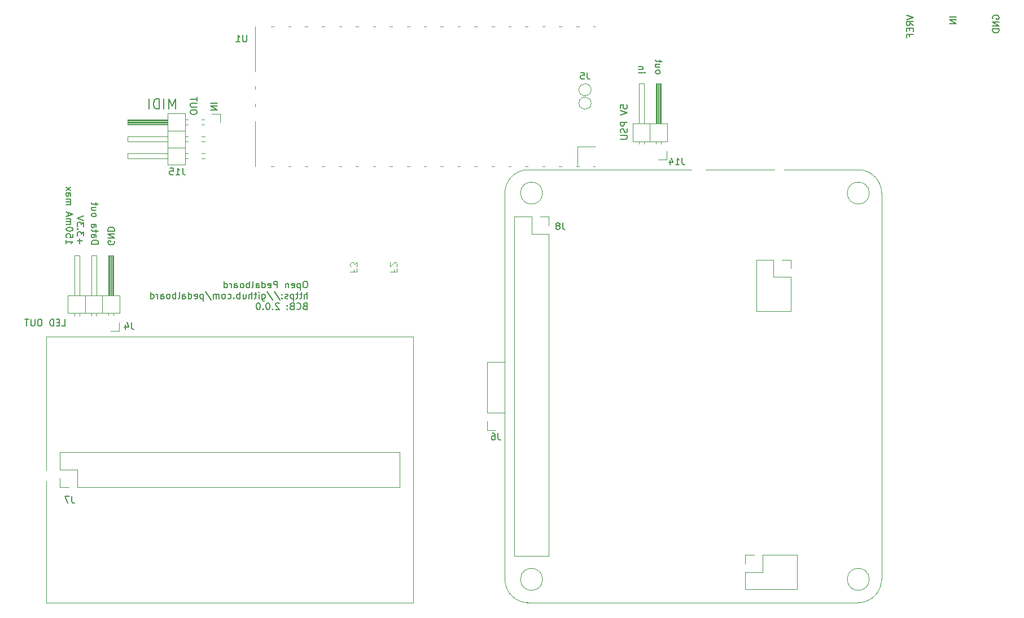
<source format=gbo>
G04 #@! TF.GenerationSoftware,KiCad,Pcbnew,7.0.1.1-36-gbcf78dbe24-dirty-deb11*
G04 #@! TF.CreationDate,2023-04-24T19:27:53+00:00*
G04 #@! TF.ProjectId,pedalboard-hw,70656461-6c62-46f6-9172-642d68772e6b,2.0.0*
G04 #@! TF.SameCoordinates,Original*
G04 #@! TF.FileFunction,Legend,Bot*
G04 #@! TF.FilePolarity,Positive*
%FSLAX46Y46*%
G04 Gerber Fmt 4.6, Leading zero omitted, Abs format (unit mm)*
G04 Created by KiCad (PCBNEW 7.0.1.1-36-gbcf78dbe24-dirty-deb11) date 2023-04-24 19:27:53*
%MOMM*%
%LPD*%
G01*
G04 APERTURE LIST*
%ADD10C,0.150000*%
%ADD11C,0.100000*%
%ADD12C,0.120000*%
%ADD13C,2.700000*%
%ADD14C,1.600000*%
%ADD15O,1.200000X2.200000*%
%ADD16O,2.200000X1.200000*%
%ADD17C,3.000000*%
%ADD18R,4.400000X1.800000*%
%ADD19O,4.000000X1.800000*%
%ADD20O,1.800000X4.000000*%
%ADD21O,1.600000X1.600000*%
%ADD22R,1.070000X1.800000*%
%ADD23O,1.070000X1.800000*%
%ADD24R,2.250000X2.250000*%
%ADD25C,2.250000*%
%ADD26R,1.700000X1.700000*%
%ADD27O,1.700000X1.700000*%
%ADD28C,0.600000*%
%ADD29O,3.000000X2.500000*%
%ADD30R,2.400000X1.600000*%
%ADD31O,2.400000X1.600000*%
%ADD32C,2.600000*%
%ADD33R,2.000000X2.000000*%
%ADD34C,2.000000*%
%ADD35C,3.200000*%
%ADD36R,1.600000X1.600000*%
%ADD37R,3.200000X3.200000*%
%ADD38O,3.200000X3.200000*%
%ADD39R,2.200000X2.200000*%
%ADD40O,2.200000X2.200000*%
%ADD41C,1.350000*%
%ADD42O,1.350000X1.350000*%
G04 APERTURE END LIST*
D10*
X56395961Y-70713695D02*
X56443580Y-70808933D01*
X56443580Y-70808933D02*
X56443580Y-70951790D01*
X56443580Y-70951790D02*
X56395961Y-71094647D01*
X56395961Y-71094647D02*
X56300723Y-71189885D01*
X56300723Y-71189885D02*
X56205485Y-71237504D01*
X56205485Y-71237504D02*
X56015009Y-71285123D01*
X56015009Y-71285123D02*
X55872152Y-71285123D01*
X55872152Y-71285123D02*
X55681676Y-71237504D01*
X55681676Y-71237504D02*
X55586438Y-71189885D01*
X55586438Y-71189885D02*
X55491200Y-71094647D01*
X55491200Y-71094647D02*
X55443580Y-70951790D01*
X55443580Y-70951790D02*
X55443580Y-70856552D01*
X55443580Y-70856552D02*
X55491200Y-70713695D01*
X55491200Y-70713695D02*
X55538819Y-70666076D01*
X55538819Y-70666076D02*
X55872152Y-70666076D01*
X55872152Y-70666076D02*
X55872152Y-70856552D01*
X55443580Y-70237504D02*
X56443580Y-70237504D01*
X56443580Y-70237504D02*
X55443580Y-69666076D01*
X55443580Y-69666076D02*
X56443580Y-69666076D01*
X55443580Y-69189885D02*
X56443580Y-69189885D01*
X56443580Y-69189885D02*
X56443580Y-68951790D01*
X56443580Y-68951790D02*
X56395961Y-68808933D01*
X56395961Y-68808933D02*
X56300723Y-68713695D01*
X56300723Y-68713695D02*
X56205485Y-68666076D01*
X56205485Y-68666076D02*
X56015009Y-68618457D01*
X56015009Y-68618457D02*
X55872152Y-68618457D01*
X55872152Y-68618457D02*
X55681676Y-68666076D01*
X55681676Y-68666076D02*
X55586438Y-68713695D01*
X55586438Y-68713695D02*
X55491200Y-68808933D01*
X55491200Y-68808933D02*
X55443580Y-68951790D01*
X55443580Y-68951790D02*
X55443580Y-69189885D01*
X53005180Y-71135904D02*
X54005180Y-71135904D01*
X54005180Y-71135904D02*
X54005180Y-70897809D01*
X54005180Y-70897809D02*
X53957561Y-70754952D01*
X53957561Y-70754952D02*
X53862323Y-70659714D01*
X53862323Y-70659714D02*
X53767085Y-70612095D01*
X53767085Y-70612095D02*
X53576609Y-70564476D01*
X53576609Y-70564476D02*
X53433752Y-70564476D01*
X53433752Y-70564476D02*
X53243276Y-70612095D01*
X53243276Y-70612095D02*
X53148038Y-70659714D01*
X53148038Y-70659714D02*
X53052800Y-70754952D01*
X53052800Y-70754952D02*
X53005180Y-70897809D01*
X53005180Y-70897809D02*
X53005180Y-71135904D01*
X53005180Y-69707333D02*
X53528990Y-69707333D01*
X53528990Y-69707333D02*
X53624228Y-69754952D01*
X53624228Y-69754952D02*
X53671847Y-69850190D01*
X53671847Y-69850190D02*
X53671847Y-70040666D01*
X53671847Y-70040666D02*
X53624228Y-70135904D01*
X53052800Y-69707333D02*
X53005180Y-69802571D01*
X53005180Y-69802571D02*
X53005180Y-70040666D01*
X53005180Y-70040666D02*
X53052800Y-70135904D01*
X53052800Y-70135904D02*
X53148038Y-70183523D01*
X53148038Y-70183523D02*
X53243276Y-70183523D01*
X53243276Y-70183523D02*
X53338514Y-70135904D01*
X53338514Y-70135904D02*
X53386133Y-70040666D01*
X53386133Y-70040666D02*
X53386133Y-69802571D01*
X53386133Y-69802571D02*
X53433752Y-69707333D01*
X53671847Y-69373999D02*
X53671847Y-68993047D01*
X54005180Y-69231142D02*
X53148038Y-69231142D01*
X53148038Y-69231142D02*
X53052800Y-69183523D01*
X53052800Y-69183523D02*
X53005180Y-69088285D01*
X53005180Y-69088285D02*
X53005180Y-68993047D01*
X53005180Y-68231142D02*
X53528990Y-68231142D01*
X53528990Y-68231142D02*
X53624228Y-68278761D01*
X53624228Y-68278761D02*
X53671847Y-68373999D01*
X53671847Y-68373999D02*
X53671847Y-68564475D01*
X53671847Y-68564475D02*
X53624228Y-68659713D01*
X53052800Y-68231142D02*
X53005180Y-68326380D01*
X53005180Y-68326380D02*
X53005180Y-68564475D01*
X53005180Y-68564475D02*
X53052800Y-68659713D01*
X53052800Y-68659713D02*
X53148038Y-68707332D01*
X53148038Y-68707332D02*
X53243276Y-68707332D01*
X53243276Y-68707332D02*
X53338514Y-68659713D01*
X53338514Y-68659713D02*
X53386133Y-68564475D01*
X53386133Y-68564475D02*
X53386133Y-68326380D01*
X53386133Y-68326380D02*
X53433752Y-68231142D01*
X53005180Y-66850189D02*
X53052800Y-66945427D01*
X53052800Y-66945427D02*
X53100419Y-66993046D01*
X53100419Y-66993046D02*
X53195657Y-67040665D01*
X53195657Y-67040665D02*
X53481371Y-67040665D01*
X53481371Y-67040665D02*
X53576609Y-66993046D01*
X53576609Y-66993046D02*
X53624228Y-66945427D01*
X53624228Y-66945427D02*
X53671847Y-66850189D01*
X53671847Y-66850189D02*
X53671847Y-66707332D01*
X53671847Y-66707332D02*
X53624228Y-66612094D01*
X53624228Y-66612094D02*
X53576609Y-66564475D01*
X53576609Y-66564475D02*
X53481371Y-66516856D01*
X53481371Y-66516856D02*
X53195657Y-66516856D01*
X53195657Y-66516856D02*
X53100419Y-66564475D01*
X53100419Y-66564475D02*
X53052800Y-66612094D01*
X53052800Y-66612094D02*
X53005180Y-66707332D01*
X53005180Y-66707332D02*
X53005180Y-66850189D01*
X53671847Y-65659713D02*
X53005180Y-65659713D01*
X53671847Y-66088284D02*
X53148038Y-66088284D01*
X53148038Y-66088284D02*
X53052800Y-66040665D01*
X53052800Y-66040665D02*
X53005180Y-65945427D01*
X53005180Y-65945427D02*
X53005180Y-65802570D01*
X53005180Y-65802570D02*
X53052800Y-65707332D01*
X53052800Y-65707332D02*
X53100419Y-65659713D01*
X53671847Y-65326379D02*
X53671847Y-64945427D01*
X54005180Y-65183522D02*
X53148038Y-65183522D01*
X53148038Y-65183522D02*
X53052800Y-65135903D01*
X53052800Y-65135903D02*
X53005180Y-65040665D01*
X53005180Y-65040665D02*
X53005180Y-64945427D01*
X71810419Y-49971295D02*
X70810419Y-49971295D01*
X71810419Y-50447485D02*
X70810419Y-50447485D01*
X70810419Y-50447485D02*
X71810419Y-51018913D01*
X71810419Y-51018913D02*
X70810419Y-51018913D01*
X188155238Y-37337904D02*
X188107619Y-37242666D01*
X188107619Y-37242666D02*
X188107619Y-37099809D01*
X188107619Y-37099809D02*
X188155238Y-36956952D01*
X188155238Y-36956952D02*
X188250476Y-36861714D01*
X188250476Y-36861714D02*
X188345714Y-36814095D01*
X188345714Y-36814095D02*
X188536190Y-36766476D01*
X188536190Y-36766476D02*
X188679047Y-36766476D01*
X188679047Y-36766476D02*
X188869523Y-36814095D01*
X188869523Y-36814095D02*
X188964761Y-36861714D01*
X188964761Y-36861714D02*
X189060000Y-36956952D01*
X189060000Y-36956952D02*
X189107619Y-37099809D01*
X189107619Y-37099809D02*
X189107619Y-37195047D01*
X189107619Y-37195047D02*
X189060000Y-37337904D01*
X189060000Y-37337904D02*
X189012380Y-37385523D01*
X189012380Y-37385523D02*
X188679047Y-37385523D01*
X188679047Y-37385523D02*
X188679047Y-37195047D01*
X189107619Y-37814095D02*
X188107619Y-37814095D01*
X188107619Y-37814095D02*
X189107619Y-38385523D01*
X189107619Y-38385523D02*
X188107619Y-38385523D01*
X189107619Y-38861714D02*
X188107619Y-38861714D01*
X188107619Y-38861714D02*
X188107619Y-39099809D01*
X188107619Y-39099809D02*
X188155238Y-39242666D01*
X188155238Y-39242666D02*
X188250476Y-39337904D01*
X188250476Y-39337904D02*
X188345714Y-39385523D01*
X188345714Y-39385523D02*
X188536190Y-39433142D01*
X188536190Y-39433142D02*
X188679047Y-39433142D01*
X188679047Y-39433142D02*
X188869523Y-39385523D01*
X188869523Y-39385523D02*
X188964761Y-39337904D01*
X188964761Y-39337904D02*
X189060000Y-39242666D01*
X189060000Y-39242666D02*
X189107619Y-39099809D01*
X189107619Y-39099809D02*
X189107619Y-38861714D01*
X132337619Y-50774285D02*
X132337619Y-50298095D01*
X132337619Y-50298095D02*
X132813809Y-50250476D01*
X132813809Y-50250476D02*
X132766190Y-50298095D01*
X132766190Y-50298095D02*
X132718571Y-50393333D01*
X132718571Y-50393333D02*
X132718571Y-50631428D01*
X132718571Y-50631428D02*
X132766190Y-50726666D01*
X132766190Y-50726666D02*
X132813809Y-50774285D01*
X132813809Y-50774285D02*
X132909047Y-50821904D01*
X132909047Y-50821904D02*
X133147142Y-50821904D01*
X133147142Y-50821904D02*
X133242380Y-50774285D01*
X133242380Y-50774285D02*
X133290000Y-50726666D01*
X133290000Y-50726666D02*
X133337619Y-50631428D01*
X133337619Y-50631428D02*
X133337619Y-50393333D01*
X133337619Y-50393333D02*
X133290000Y-50298095D01*
X133290000Y-50298095D02*
X133242380Y-50250476D01*
X132337619Y-51107619D02*
X133337619Y-51440952D01*
X133337619Y-51440952D02*
X132337619Y-51774285D01*
X133337619Y-52869524D02*
X132337619Y-52869524D01*
X132337619Y-52869524D02*
X132337619Y-53250476D01*
X132337619Y-53250476D02*
X132385238Y-53345714D01*
X132385238Y-53345714D02*
X132432857Y-53393333D01*
X132432857Y-53393333D02*
X132528095Y-53440952D01*
X132528095Y-53440952D02*
X132670952Y-53440952D01*
X132670952Y-53440952D02*
X132766190Y-53393333D01*
X132766190Y-53393333D02*
X132813809Y-53345714D01*
X132813809Y-53345714D02*
X132861428Y-53250476D01*
X132861428Y-53250476D02*
X132861428Y-52869524D01*
X133290000Y-53821905D02*
X133337619Y-53964762D01*
X133337619Y-53964762D02*
X133337619Y-54202857D01*
X133337619Y-54202857D02*
X133290000Y-54298095D01*
X133290000Y-54298095D02*
X133242380Y-54345714D01*
X133242380Y-54345714D02*
X133147142Y-54393333D01*
X133147142Y-54393333D02*
X133051904Y-54393333D01*
X133051904Y-54393333D02*
X132956666Y-54345714D01*
X132956666Y-54345714D02*
X132909047Y-54298095D01*
X132909047Y-54298095D02*
X132861428Y-54202857D01*
X132861428Y-54202857D02*
X132813809Y-54012381D01*
X132813809Y-54012381D02*
X132766190Y-53917143D01*
X132766190Y-53917143D02*
X132718571Y-53869524D01*
X132718571Y-53869524D02*
X132623333Y-53821905D01*
X132623333Y-53821905D02*
X132528095Y-53821905D01*
X132528095Y-53821905D02*
X132432857Y-53869524D01*
X132432857Y-53869524D02*
X132385238Y-53917143D01*
X132385238Y-53917143D02*
X132337619Y-54012381D01*
X132337619Y-54012381D02*
X132337619Y-54250476D01*
X132337619Y-54250476D02*
X132385238Y-54393333D01*
X132337619Y-54821905D02*
X133147142Y-54821905D01*
X133147142Y-54821905D02*
X133242380Y-54869524D01*
X133242380Y-54869524D02*
X133290000Y-54917143D01*
X133290000Y-54917143D02*
X133337619Y-55012381D01*
X133337619Y-55012381D02*
X133337619Y-55202857D01*
X133337619Y-55202857D02*
X133290000Y-55298095D01*
X133290000Y-55298095D02*
X133242380Y-55345714D01*
X133242380Y-55345714D02*
X133147142Y-55393333D01*
X133147142Y-55393333D02*
X132337619Y-55393333D01*
X85141428Y-76737619D02*
X84950952Y-76737619D01*
X84950952Y-76737619D02*
X84855714Y-76785238D01*
X84855714Y-76785238D02*
X84760476Y-76880476D01*
X84760476Y-76880476D02*
X84712857Y-77070952D01*
X84712857Y-77070952D02*
X84712857Y-77404285D01*
X84712857Y-77404285D02*
X84760476Y-77594761D01*
X84760476Y-77594761D02*
X84855714Y-77690000D01*
X84855714Y-77690000D02*
X84950952Y-77737619D01*
X84950952Y-77737619D02*
X85141428Y-77737619D01*
X85141428Y-77737619D02*
X85236666Y-77690000D01*
X85236666Y-77690000D02*
X85331904Y-77594761D01*
X85331904Y-77594761D02*
X85379523Y-77404285D01*
X85379523Y-77404285D02*
X85379523Y-77070952D01*
X85379523Y-77070952D02*
X85331904Y-76880476D01*
X85331904Y-76880476D02*
X85236666Y-76785238D01*
X85236666Y-76785238D02*
X85141428Y-76737619D01*
X84284285Y-77070952D02*
X84284285Y-78070952D01*
X84284285Y-77118571D02*
X84189047Y-77070952D01*
X84189047Y-77070952D02*
X83998571Y-77070952D01*
X83998571Y-77070952D02*
X83903333Y-77118571D01*
X83903333Y-77118571D02*
X83855714Y-77166190D01*
X83855714Y-77166190D02*
X83808095Y-77261428D01*
X83808095Y-77261428D02*
X83808095Y-77547142D01*
X83808095Y-77547142D02*
X83855714Y-77642380D01*
X83855714Y-77642380D02*
X83903333Y-77690000D01*
X83903333Y-77690000D02*
X83998571Y-77737619D01*
X83998571Y-77737619D02*
X84189047Y-77737619D01*
X84189047Y-77737619D02*
X84284285Y-77690000D01*
X82998571Y-77690000D02*
X83093809Y-77737619D01*
X83093809Y-77737619D02*
X83284285Y-77737619D01*
X83284285Y-77737619D02*
X83379523Y-77690000D01*
X83379523Y-77690000D02*
X83427142Y-77594761D01*
X83427142Y-77594761D02*
X83427142Y-77213809D01*
X83427142Y-77213809D02*
X83379523Y-77118571D01*
X83379523Y-77118571D02*
X83284285Y-77070952D01*
X83284285Y-77070952D02*
X83093809Y-77070952D01*
X83093809Y-77070952D02*
X82998571Y-77118571D01*
X82998571Y-77118571D02*
X82950952Y-77213809D01*
X82950952Y-77213809D02*
X82950952Y-77309047D01*
X82950952Y-77309047D02*
X83427142Y-77404285D01*
X82522380Y-77070952D02*
X82522380Y-77737619D01*
X82522380Y-77166190D02*
X82474761Y-77118571D01*
X82474761Y-77118571D02*
X82379523Y-77070952D01*
X82379523Y-77070952D02*
X82236666Y-77070952D01*
X82236666Y-77070952D02*
X82141428Y-77118571D01*
X82141428Y-77118571D02*
X82093809Y-77213809D01*
X82093809Y-77213809D02*
X82093809Y-77737619D01*
X80855713Y-77737619D02*
X80855713Y-76737619D01*
X80855713Y-76737619D02*
X80474761Y-76737619D01*
X80474761Y-76737619D02*
X80379523Y-76785238D01*
X80379523Y-76785238D02*
X80331904Y-76832857D01*
X80331904Y-76832857D02*
X80284285Y-76928095D01*
X80284285Y-76928095D02*
X80284285Y-77070952D01*
X80284285Y-77070952D02*
X80331904Y-77166190D01*
X80331904Y-77166190D02*
X80379523Y-77213809D01*
X80379523Y-77213809D02*
X80474761Y-77261428D01*
X80474761Y-77261428D02*
X80855713Y-77261428D01*
X79474761Y-77690000D02*
X79569999Y-77737619D01*
X79569999Y-77737619D02*
X79760475Y-77737619D01*
X79760475Y-77737619D02*
X79855713Y-77690000D01*
X79855713Y-77690000D02*
X79903332Y-77594761D01*
X79903332Y-77594761D02*
X79903332Y-77213809D01*
X79903332Y-77213809D02*
X79855713Y-77118571D01*
X79855713Y-77118571D02*
X79760475Y-77070952D01*
X79760475Y-77070952D02*
X79569999Y-77070952D01*
X79569999Y-77070952D02*
X79474761Y-77118571D01*
X79474761Y-77118571D02*
X79427142Y-77213809D01*
X79427142Y-77213809D02*
X79427142Y-77309047D01*
X79427142Y-77309047D02*
X79903332Y-77404285D01*
X78569999Y-77737619D02*
X78569999Y-76737619D01*
X78569999Y-77690000D02*
X78665237Y-77737619D01*
X78665237Y-77737619D02*
X78855713Y-77737619D01*
X78855713Y-77737619D02*
X78950951Y-77690000D01*
X78950951Y-77690000D02*
X78998570Y-77642380D01*
X78998570Y-77642380D02*
X79046189Y-77547142D01*
X79046189Y-77547142D02*
X79046189Y-77261428D01*
X79046189Y-77261428D02*
X78998570Y-77166190D01*
X78998570Y-77166190D02*
X78950951Y-77118571D01*
X78950951Y-77118571D02*
X78855713Y-77070952D01*
X78855713Y-77070952D02*
X78665237Y-77070952D01*
X78665237Y-77070952D02*
X78569999Y-77118571D01*
X77665237Y-77737619D02*
X77665237Y-77213809D01*
X77665237Y-77213809D02*
X77712856Y-77118571D01*
X77712856Y-77118571D02*
X77808094Y-77070952D01*
X77808094Y-77070952D02*
X77998570Y-77070952D01*
X77998570Y-77070952D02*
X78093808Y-77118571D01*
X77665237Y-77690000D02*
X77760475Y-77737619D01*
X77760475Y-77737619D02*
X77998570Y-77737619D01*
X77998570Y-77737619D02*
X78093808Y-77690000D01*
X78093808Y-77690000D02*
X78141427Y-77594761D01*
X78141427Y-77594761D02*
X78141427Y-77499523D01*
X78141427Y-77499523D02*
X78093808Y-77404285D01*
X78093808Y-77404285D02*
X77998570Y-77356666D01*
X77998570Y-77356666D02*
X77760475Y-77356666D01*
X77760475Y-77356666D02*
X77665237Y-77309047D01*
X77046189Y-77737619D02*
X77141427Y-77690000D01*
X77141427Y-77690000D02*
X77189046Y-77594761D01*
X77189046Y-77594761D02*
X77189046Y-76737619D01*
X76665236Y-77737619D02*
X76665236Y-76737619D01*
X76665236Y-77118571D02*
X76569998Y-77070952D01*
X76569998Y-77070952D02*
X76379522Y-77070952D01*
X76379522Y-77070952D02*
X76284284Y-77118571D01*
X76284284Y-77118571D02*
X76236665Y-77166190D01*
X76236665Y-77166190D02*
X76189046Y-77261428D01*
X76189046Y-77261428D02*
X76189046Y-77547142D01*
X76189046Y-77547142D02*
X76236665Y-77642380D01*
X76236665Y-77642380D02*
X76284284Y-77690000D01*
X76284284Y-77690000D02*
X76379522Y-77737619D01*
X76379522Y-77737619D02*
X76569998Y-77737619D01*
X76569998Y-77737619D02*
X76665236Y-77690000D01*
X75617617Y-77737619D02*
X75712855Y-77690000D01*
X75712855Y-77690000D02*
X75760474Y-77642380D01*
X75760474Y-77642380D02*
X75808093Y-77547142D01*
X75808093Y-77547142D02*
X75808093Y-77261428D01*
X75808093Y-77261428D02*
X75760474Y-77166190D01*
X75760474Y-77166190D02*
X75712855Y-77118571D01*
X75712855Y-77118571D02*
X75617617Y-77070952D01*
X75617617Y-77070952D02*
X75474760Y-77070952D01*
X75474760Y-77070952D02*
X75379522Y-77118571D01*
X75379522Y-77118571D02*
X75331903Y-77166190D01*
X75331903Y-77166190D02*
X75284284Y-77261428D01*
X75284284Y-77261428D02*
X75284284Y-77547142D01*
X75284284Y-77547142D02*
X75331903Y-77642380D01*
X75331903Y-77642380D02*
X75379522Y-77690000D01*
X75379522Y-77690000D02*
X75474760Y-77737619D01*
X75474760Y-77737619D02*
X75617617Y-77737619D01*
X74427141Y-77737619D02*
X74427141Y-77213809D01*
X74427141Y-77213809D02*
X74474760Y-77118571D01*
X74474760Y-77118571D02*
X74569998Y-77070952D01*
X74569998Y-77070952D02*
X74760474Y-77070952D01*
X74760474Y-77070952D02*
X74855712Y-77118571D01*
X74427141Y-77690000D02*
X74522379Y-77737619D01*
X74522379Y-77737619D02*
X74760474Y-77737619D01*
X74760474Y-77737619D02*
X74855712Y-77690000D01*
X74855712Y-77690000D02*
X74903331Y-77594761D01*
X74903331Y-77594761D02*
X74903331Y-77499523D01*
X74903331Y-77499523D02*
X74855712Y-77404285D01*
X74855712Y-77404285D02*
X74760474Y-77356666D01*
X74760474Y-77356666D02*
X74522379Y-77356666D01*
X74522379Y-77356666D02*
X74427141Y-77309047D01*
X73950950Y-77737619D02*
X73950950Y-77070952D01*
X73950950Y-77261428D02*
X73903331Y-77166190D01*
X73903331Y-77166190D02*
X73855712Y-77118571D01*
X73855712Y-77118571D02*
X73760474Y-77070952D01*
X73760474Y-77070952D02*
X73665236Y-77070952D01*
X72903331Y-77737619D02*
X72903331Y-76737619D01*
X72903331Y-77690000D02*
X72998569Y-77737619D01*
X72998569Y-77737619D02*
X73189045Y-77737619D01*
X73189045Y-77737619D02*
X73284283Y-77690000D01*
X73284283Y-77690000D02*
X73331902Y-77642380D01*
X73331902Y-77642380D02*
X73379521Y-77547142D01*
X73379521Y-77547142D02*
X73379521Y-77261428D01*
X73379521Y-77261428D02*
X73331902Y-77166190D01*
X73331902Y-77166190D02*
X73284283Y-77118571D01*
X73284283Y-77118571D02*
X73189045Y-77070952D01*
X73189045Y-77070952D02*
X72998569Y-77070952D01*
X72998569Y-77070952D02*
X72903331Y-77118571D01*
X85331904Y-79357619D02*
X85331904Y-78357619D01*
X84903333Y-79357619D02*
X84903333Y-78833809D01*
X84903333Y-78833809D02*
X84950952Y-78738571D01*
X84950952Y-78738571D02*
X85046190Y-78690952D01*
X85046190Y-78690952D02*
X85189047Y-78690952D01*
X85189047Y-78690952D02*
X85284285Y-78738571D01*
X85284285Y-78738571D02*
X85331904Y-78786190D01*
X84569999Y-78690952D02*
X84189047Y-78690952D01*
X84427142Y-78357619D02*
X84427142Y-79214761D01*
X84427142Y-79214761D02*
X84379523Y-79310000D01*
X84379523Y-79310000D02*
X84284285Y-79357619D01*
X84284285Y-79357619D02*
X84189047Y-79357619D01*
X83998570Y-78690952D02*
X83617618Y-78690952D01*
X83855713Y-78357619D02*
X83855713Y-79214761D01*
X83855713Y-79214761D02*
X83808094Y-79310000D01*
X83808094Y-79310000D02*
X83712856Y-79357619D01*
X83712856Y-79357619D02*
X83617618Y-79357619D01*
X83284284Y-78690952D02*
X83284284Y-79690952D01*
X83284284Y-78738571D02*
X83189046Y-78690952D01*
X83189046Y-78690952D02*
X82998570Y-78690952D01*
X82998570Y-78690952D02*
X82903332Y-78738571D01*
X82903332Y-78738571D02*
X82855713Y-78786190D01*
X82855713Y-78786190D02*
X82808094Y-78881428D01*
X82808094Y-78881428D02*
X82808094Y-79167142D01*
X82808094Y-79167142D02*
X82855713Y-79262380D01*
X82855713Y-79262380D02*
X82903332Y-79310000D01*
X82903332Y-79310000D02*
X82998570Y-79357619D01*
X82998570Y-79357619D02*
X83189046Y-79357619D01*
X83189046Y-79357619D02*
X83284284Y-79310000D01*
X82427141Y-79310000D02*
X82331903Y-79357619D01*
X82331903Y-79357619D02*
X82141427Y-79357619D01*
X82141427Y-79357619D02*
X82046189Y-79310000D01*
X82046189Y-79310000D02*
X81998570Y-79214761D01*
X81998570Y-79214761D02*
X81998570Y-79167142D01*
X81998570Y-79167142D02*
X82046189Y-79071904D01*
X82046189Y-79071904D02*
X82141427Y-79024285D01*
X82141427Y-79024285D02*
X82284284Y-79024285D01*
X82284284Y-79024285D02*
X82379522Y-78976666D01*
X82379522Y-78976666D02*
X82427141Y-78881428D01*
X82427141Y-78881428D02*
X82427141Y-78833809D01*
X82427141Y-78833809D02*
X82379522Y-78738571D01*
X82379522Y-78738571D02*
X82284284Y-78690952D01*
X82284284Y-78690952D02*
X82141427Y-78690952D01*
X82141427Y-78690952D02*
X82046189Y-78738571D01*
X81569998Y-79262380D02*
X81522379Y-79310000D01*
X81522379Y-79310000D02*
X81569998Y-79357619D01*
X81569998Y-79357619D02*
X81617617Y-79310000D01*
X81617617Y-79310000D02*
X81569998Y-79262380D01*
X81569998Y-79262380D02*
X81569998Y-79357619D01*
X81569998Y-78738571D02*
X81522379Y-78786190D01*
X81522379Y-78786190D02*
X81569998Y-78833809D01*
X81569998Y-78833809D02*
X81617617Y-78786190D01*
X81617617Y-78786190D02*
X81569998Y-78738571D01*
X81569998Y-78738571D02*
X81569998Y-78833809D01*
X80379523Y-78310000D02*
X81236665Y-79595714D01*
X79331904Y-78310000D02*
X80189046Y-79595714D01*
X78569999Y-78690952D02*
X78569999Y-79500476D01*
X78569999Y-79500476D02*
X78617618Y-79595714D01*
X78617618Y-79595714D02*
X78665237Y-79643333D01*
X78665237Y-79643333D02*
X78760475Y-79690952D01*
X78760475Y-79690952D02*
X78903332Y-79690952D01*
X78903332Y-79690952D02*
X78998570Y-79643333D01*
X78569999Y-79310000D02*
X78665237Y-79357619D01*
X78665237Y-79357619D02*
X78855713Y-79357619D01*
X78855713Y-79357619D02*
X78950951Y-79310000D01*
X78950951Y-79310000D02*
X78998570Y-79262380D01*
X78998570Y-79262380D02*
X79046189Y-79167142D01*
X79046189Y-79167142D02*
X79046189Y-78881428D01*
X79046189Y-78881428D02*
X78998570Y-78786190D01*
X78998570Y-78786190D02*
X78950951Y-78738571D01*
X78950951Y-78738571D02*
X78855713Y-78690952D01*
X78855713Y-78690952D02*
X78665237Y-78690952D01*
X78665237Y-78690952D02*
X78569999Y-78738571D01*
X78093808Y-79357619D02*
X78093808Y-78690952D01*
X78093808Y-78357619D02*
X78141427Y-78405238D01*
X78141427Y-78405238D02*
X78093808Y-78452857D01*
X78093808Y-78452857D02*
X78046189Y-78405238D01*
X78046189Y-78405238D02*
X78093808Y-78357619D01*
X78093808Y-78357619D02*
X78093808Y-78452857D01*
X77760475Y-78690952D02*
X77379523Y-78690952D01*
X77617618Y-78357619D02*
X77617618Y-79214761D01*
X77617618Y-79214761D02*
X77569999Y-79310000D01*
X77569999Y-79310000D02*
X77474761Y-79357619D01*
X77474761Y-79357619D02*
X77379523Y-79357619D01*
X77046189Y-79357619D02*
X77046189Y-78357619D01*
X76617618Y-79357619D02*
X76617618Y-78833809D01*
X76617618Y-78833809D02*
X76665237Y-78738571D01*
X76665237Y-78738571D02*
X76760475Y-78690952D01*
X76760475Y-78690952D02*
X76903332Y-78690952D01*
X76903332Y-78690952D02*
X76998570Y-78738571D01*
X76998570Y-78738571D02*
X77046189Y-78786190D01*
X75712856Y-78690952D02*
X75712856Y-79357619D01*
X76141427Y-78690952D02*
X76141427Y-79214761D01*
X76141427Y-79214761D02*
X76093808Y-79310000D01*
X76093808Y-79310000D02*
X75998570Y-79357619D01*
X75998570Y-79357619D02*
X75855713Y-79357619D01*
X75855713Y-79357619D02*
X75760475Y-79310000D01*
X75760475Y-79310000D02*
X75712856Y-79262380D01*
X75236665Y-79357619D02*
X75236665Y-78357619D01*
X75236665Y-78738571D02*
X75141427Y-78690952D01*
X75141427Y-78690952D02*
X74950951Y-78690952D01*
X74950951Y-78690952D02*
X74855713Y-78738571D01*
X74855713Y-78738571D02*
X74808094Y-78786190D01*
X74808094Y-78786190D02*
X74760475Y-78881428D01*
X74760475Y-78881428D02*
X74760475Y-79167142D01*
X74760475Y-79167142D02*
X74808094Y-79262380D01*
X74808094Y-79262380D02*
X74855713Y-79310000D01*
X74855713Y-79310000D02*
X74950951Y-79357619D01*
X74950951Y-79357619D02*
X75141427Y-79357619D01*
X75141427Y-79357619D02*
X75236665Y-79310000D01*
X74331903Y-79262380D02*
X74284284Y-79310000D01*
X74284284Y-79310000D02*
X74331903Y-79357619D01*
X74331903Y-79357619D02*
X74379522Y-79310000D01*
X74379522Y-79310000D02*
X74331903Y-79262380D01*
X74331903Y-79262380D02*
X74331903Y-79357619D01*
X73427142Y-79310000D02*
X73522380Y-79357619D01*
X73522380Y-79357619D02*
X73712856Y-79357619D01*
X73712856Y-79357619D02*
X73808094Y-79310000D01*
X73808094Y-79310000D02*
X73855713Y-79262380D01*
X73855713Y-79262380D02*
X73903332Y-79167142D01*
X73903332Y-79167142D02*
X73903332Y-78881428D01*
X73903332Y-78881428D02*
X73855713Y-78786190D01*
X73855713Y-78786190D02*
X73808094Y-78738571D01*
X73808094Y-78738571D02*
X73712856Y-78690952D01*
X73712856Y-78690952D02*
X73522380Y-78690952D01*
X73522380Y-78690952D02*
X73427142Y-78738571D01*
X72855713Y-79357619D02*
X72950951Y-79310000D01*
X72950951Y-79310000D02*
X72998570Y-79262380D01*
X72998570Y-79262380D02*
X73046189Y-79167142D01*
X73046189Y-79167142D02*
X73046189Y-78881428D01*
X73046189Y-78881428D02*
X72998570Y-78786190D01*
X72998570Y-78786190D02*
X72950951Y-78738571D01*
X72950951Y-78738571D02*
X72855713Y-78690952D01*
X72855713Y-78690952D02*
X72712856Y-78690952D01*
X72712856Y-78690952D02*
X72617618Y-78738571D01*
X72617618Y-78738571D02*
X72569999Y-78786190D01*
X72569999Y-78786190D02*
X72522380Y-78881428D01*
X72522380Y-78881428D02*
X72522380Y-79167142D01*
X72522380Y-79167142D02*
X72569999Y-79262380D01*
X72569999Y-79262380D02*
X72617618Y-79310000D01*
X72617618Y-79310000D02*
X72712856Y-79357619D01*
X72712856Y-79357619D02*
X72855713Y-79357619D01*
X72093808Y-79357619D02*
X72093808Y-78690952D01*
X72093808Y-78786190D02*
X72046189Y-78738571D01*
X72046189Y-78738571D02*
X71950951Y-78690952D01*
X71950951Y-78690952D02*
X71808094Y-78690952D01*
X71808094Y-78690952D02*
X71712856Y-78738571D01*
X71712856Y-78738571D02*
X71665237Y-78833809D01*
X71665237Y-78833809D02*
X71665237Y-79357619D01*
X71665237Y-78833809D02*
X71617618Y-78738571D01*
X71617618Y-78738571D02*
X71522380Y-78690952D01*
X71522380Y-78690952D02*
X71379523Y-78690952D01*
X71379523Y-78690952D02*
X71284284Y-78738571D01*
X71284284Y-78738571D02*
X71236665Y-78833809D01*
X71236665Y-78833809D02*
X71236665Y-79357619D01*
X70046190Y-78310000D02*
X70903332Y-79595714D01*
X69712856Y-78690952D02*
X69712856Y-79690952D01*
X69712856Y-78738571D02*
X69617618Y-78690952D01*
X69617618Y-78690952D02*
X69427142Y-78690952D01*
X69427142Y-78690952D02*
X69331904Y-78738571D01*
X69331904Y-78738571D02*
X69284285Y-78786190D01*
X69284285Y-78786190D02*
X69236666Y-78881428D01*
X69236666Y-78881428D02*
X69236666Y-79167142D01*
X69236666Y-79167142D02*
X69284285Y-79262380D01*
X69284285Y-79262380D02*
X69331904Y-79310000D01*
X69331904Y-79310000D02*
X69427142Y-79357619D01*
X69427142Y-79357619D02*
X69617618Y-79357619D01*
X69617618Y-79357619D02*
X69712856Y-79310000D01*
X68427142Y-79310000D02*
X68522380Y-79357619D01*
X68522380Y-79357619D02*
X68712856Y-79357619D01*
X68712856Y-79357619D02*
X68808094Y-79310000D01*
X68808094Y-79310000D02*
X68855713Y-79214761D01*
X68855713Y-79214761D02*
X68855713Y-78833809D01*
X68855713Y-78833809D02*
X68808094Y-78738571D01*
X68808094Y-78738571D02*
X68712856Y-78690952D01*
X68712856Y-78690952D02*
X68522380Y-78690952D01*
X68522380Y-78690952D02*
X68427142Y-78738571D01*
X68427142Y-78738571D02*
X68379523Y-78833809D01*
X68379523Y-78833809D02*
X68379523Y-78929047D01*
X68379523Y-78929047D02*
X68855713Y-79024285D01*
X67522380Y-79357619D02*
X67522380Y-78357619D01*
X67522380Y-79310000D02*
X67617618Y-79357619D01*
X67617618Y-79357619D02*
X67808094Y-79357619D01*
X67808094Y-79357619D02*
X67903332Y-79310000D01*
X67903332Y-79310000D02*
X67950951Y-79262380D01*
X67950951Y-79262380D02*
X67998570Y-79167142D01*
X67998570Y-79167142D02*
X67998570Y-78881428D01*
X67998570Y-78881428D02*
X67950951Y-78786190D01*
X67950951Y-78786190D02*
X67903332Y-78738571D01*
X67903332Y-78738571D02*
X67808094Y-78690952D01*
X67808094Y-78690952D02*
X67617618Y-78690952D01*
X67617618Y-78690952D02*
X67522380Y-78738571D01*
X66617618Y-79357619D02*
X66617618Y-78833809D01*
X66617618Y-78833809D02*
X66665237Y-78738571D01*
X66665237Y-78738571D02*
X66760475Y-78690952D01*
X66760475Y-78690952D02*
X66950951Y-78690952D01*
X66950951Y-78690952D02*
X67046189Y-78738571D01*
X66617618Y-79310000D02*
X66712856Y-79357619D01*
X66712856Y-79357619D02*
X66950951Y-79357619D01*
X66950951Y-79357619D02*
X67046189Y-79310000D01*
X67046189Y-79310000D02*
X67093808Y-79214761D01*
X67093808Y-79214761D02*
X67093808Y-79119523D01*
X67093808Y-79119523D02*
X67046189Y-79024285D01*
X67046189Y-79024285D02*
X66950951Y-78976666D01*
X66950951Y-78976666D02*
X66712856Y-78976666D01*
X66712856Y-78976666D02*
X66617618Y-78929047D01*
X65998570Y-79357619D02*
X66093808Y-79310000D01*
X66093808Y-79310000D02*
X66141427Y-79214761D01*
X66141427Y-79214761D02*
X66141427Y-78357619D01*
X65617617Y-79357619D02*
X65617617Y-78357619D01*
X65617617Y-78738571D02*
X65522379Y-78690952D01*
X65522379Y-78690952D02*
X65331903Y-78690952D01*
X65331903Y-78690952D02*
X65236665Y-78738571D01*
X65236665Y-78738571D02*
X65189046Y-78786190D01*
X65189046Y-78786190D02*
X65141427Y-78881428D01*
X65141427Y-78881428D02*
X65141427Y-79167142D01*
X65141427Y-79167142D02*
X65189046Y-79262380D01*
X65189046Y-79262380D02*
X65236665Y-79310000D01*
X65236665Y-79310000D02*
X65331903Y-79357619D01*
X65331903Y-79357619D02*
X65522379Y-79357619D01*
X65522379Y-79357619D02*
X65617617Y-79310000D01*
X64569998Y-79357619D02*
X64665236Y-79310000D01*
X64665236Y-79310000D02*
X64712855Y-79262380D01*
X64712855Y-79262380D02*
X64760474Y-79167142D01*
X64760474Y-79167142D02*
X64760474Y-78881428D01*
X64760474Y-78881428D02*
X64712855Y-78786190D01*
X64712855Y-78786190D02*
X64665236Y-78738571D01*
X64665236Y-78738571D02*
X64569998Y-78690952D01*
X64569998Y-78690952D02*
X64427141Y-78690952D01*
X64427141Y-78690952D02*
X64331903Y-78738571D01*
X64331903Y-78738571D02*
X64284284Y-78786190D01*
X64284284Y-78786190D02*
X64236665Y-78881428D01*
X64236665Y-78881428D02*
X64236665Y-79167142D01*
X64236665Y-79167142D02*
X64284284Y-79262380D01*
X64284284Y-79262380D02*
X64331903Y-79310000D01*
X64331903Y-79310000D02*
X64427141Y-79357619D01*
X64427141Y-79357619D02*
X64569998Y-79357619D01*
X63379522Y-79357619D02*
X63379522Y-78833809D01*
X63379522Y-78833809D02*
X63427141Y-78738571D01*
X63427141Y-78738571D02*
X63522379Y-78690952D01*
X63522379Y-78690952D02*
X63712855Y-78690952D01*
X63712855Y-78690952D02*
X63808093Y-78738571D01*
X63379522Y-79310000D02*
X63474760Y-79357619D01*
X63474760Y-79357619D02*
X63712855Y-79357619D01*
X63712855Y-79357619D02*
X63808093Y-79310000D01*
X63808093Y-79310000D02*
X63855712Y-79214761D01*
X63855712Y-79214761D02*
X63855712Y-79119523D01*
X63855712Y-79119523D02*
X63808093Y-79024285D01*
X63808093Y-79024285D02*
X63712855Y-78976666D01*
X63712855Y-78976666D02*
X63474760Y-78976666D01*
X63474760Y-78976666D02*
X63379522Y-78929047D01*
X62903331Y-79357619D02*
X62903331Y-78690952D01*
X62903331Y-78881428D02*
X62855712Y-78786190D01*
X62855712Y-78786190D02*
X62808093Y-78738571D01*
X62808093Y-78738571D02*
X62712855Y-78690952D01*
X62712855Y-78690952D02*
X62617617Y-78690952D01*
X61855712Y-79357619D02*
X61855712Y-78357619D01*
X61855712Y-79310000D02*
X61950950Y-79357619D01*
X61950950Y-79357619D02*
X62141426Y-79357619D01*
X62141426Y-79357619D02*
X62236664Y-79310000D01*
X62236664Y-79310000D02*
X62284283Y-79262380D01*
X62284283Y-79262380D02*
X62331902Y-79167142D01*
X62331902Y-79167142D02*
X62331902Y-78881428D01*
X62331902Y-78881428D02*
X62284283Y-78786190D01*
X62284283Y-78786190D02*
X62236664Y-78738571D01*
X62236664Y-78738571D02*
X62141426Y-78690952D01*
X62141426Y-78690952D02*
X61950950Y-78690952D01*
X61950950Y-78690952D02*
X61855712Y-78738571D01*
X84998571Y-80453809D02*
X84855714Y-80501428D01*
X84855714Y-80501428D02*
X84808095Y-80549047D01*
X84808095Y-80549047D02*
X84760476Y-80644285D01*
X84760476Y-80644285D02*
X84760476Y-80787142D01*
X84760476Y-80787142D02*
X84808095Y-80882380D01*
X84808095Y-80882380D02*
X84855714Y-80930000D01*
X84855714Y-80930000D02*
X84950952Y-80977619D01*
X84950952Y-80977619D02*
X85331904Y-80977619D01*
X85331904Y-80977619D02*
X85331904Y-79977619D01*
X85331904Y-79977619D02*
X84998571Y-79977619D01*
X84998571Y-79977619D02*
X84903333Y-80025238D01*
X84903333Y-80025238D02*
X84855714Y-80072857D01*
X84855714Y-80072857D02*
X84808095Y-80168095D01*
X84808095Y-80168095D02*
X84808095Y-80263333D01*
X84808095Y-80263333D02*
X84855714Y-80358571D01*
X84855714Y-80358571D02*
X84903333Y-80406190D01*
X84903333Y-80406190D02*
X84998571Y-80453809D01*
X84998571Y-80453809D02*
X85331904Y-80453809D01*
X83760476Y-80882380D02*
X83808095Y-80930000D01*
X83808095Y-80930000D02*
X83950952Y-80977619D01*
X83950952Y-80977619D02*
X84046190Y-80977619D01*
X84046190Y-80977619D02*
X84189047Y-80930000D01*
X84189047Y-80930000D02*
X84284285Y-80834761D01*
X84284285Y-80834761D02*
X84331904Y-80739523D01*
X84331904Y-80739523D02*
X84379523Y-80549047D01*
X84379523Y-80549047D02*
X84379523Y-80406190D01*
X84379523Y-80406190D02*
X84331904Y-80215714D01*
X84331904Y-80215714D02*
X84284285Y-80120476D01*
X84284285Y-80120476D02*
X84189047Y-80025238D01*
X84189047Y-80025238D02*
X84046190Y-79977619D01*
X84046190Y-79977619D02*
X83950952Y-79977619D01*
X83950952Y-79977619D02*
X83808095Y-80025238D01*
X83808095Y-80025238D02*
X83760476Y-80072857D01*
X82998571Y-80453809D02*
X82855714Y-80501428D01*
X82855714Y-80501428D02*
X82808095Y-80549047D01*
X82808095Y-80549047D02*
X82760476Y-80644285D01*
X82760476Y-80644285D02*
X82760476Y-80787142D01*
X82760476Y-80787142D02*
X82808095Y-80882380D01*
X82808095Y-80882380D02*
X82855714Y-80930000D01*
X82855714Y-80930000D02*
X82950952Y-80977619D01*
X82950952Y-80977619D02*
X83331904Y-80977619D01*
X83331904Y-80977619D02*
X83331904Y-79977619D01*
X83331904Y-79977619D02*
X82998571Y-79977619D01*
X82998571Y-79977619D02*
X82903333Y-80025238D01*
X82903333Y-80025238D02*
X82855714Y-80072857D01*
X82855714Y-80072857D02*
X82808095Y-80168095D01*
X82808095Y-80168095D02*
X82808095Y-80263333D01*
X82808095Y-80263333D02*
X82855714Y-80358571D01*
X82855714Y-80358571D02*
X82903333Y-80406190D01*
X82903333Y-80406190D02*
X82998571Y-80453809D01*
X82998571Y-80453809D02*
X83331904Y-80453809D01*
X82331904Y-80882380D02*
X82284285Y-80930000D01*
X82284285Y-80930000D02*
X82331904Y-80977619D01*
X82331904Y-80977619D02*
X82379523Y-80930000D01*
X82379523Y-80930000D02*
X82331904Y-80882380D01*
X82331904Y-80882380D02*
X82331904Y-80977619D01*
X82331904Y-80358571D02*
X82284285Y-80406190D01*
X82284285Y-80406190D02*
X82331904Y-80453809D01*
X82331904Y-80453809D02*
X82379523Y-80406190D01*
X82379523Y-80406190D02*
X82331904Y-80358571D01*
X82331904Y-80358571D02*
X82331904Y-80453809D01*
X81141428Y-80072857D02*
X81093809Y-80025238D01*
X81093809Y-80025238D02*
X80998571Y-79977619D01*
X80998571Y-79977619D02*
X80760476Y-79977619D01*
X80760476Y-79977619D02*
X80665238Y-80025238D01*
X80665238Y-80025238D02*
X80617619Y-80072857D01*
X80617619Y-80072857D02*
X80570000Y-80168095D01*
X80570000Y-80168095D02*
X80570000Y-80263333D01*
X80570000Y-80263333D02*
X80617619Y-80406190D01*
X80617619Y-80406190D02*
X81189047Y-80977619D01*
X81189047Y-80977619D02*
X80570000Y-80977619D01*
X80141428Y-80882380D02*
X80093809Y-80930000D01*
X80093809Y-80930000D02*
X80141428Y-80977619D01*
X80141428Y-80977619D02*
X80189047Y-80930000D01*
X80189047Y-80930000D02*
X80141428Y-80882380D01*
X80141428Y-80882380D02*
X80141428Y-80977619D01*
X79474762Y-79977619D02*
X79379524Y-79977619D01*
X79379524Y-79977619D02*
X79284286Y-80025238D01*
X79284286Y-80025238D02*
X79236667Y-80072857D01*
X79236667Y-80072857D02*
X79189048Y-80168095D01*
X79189048Y-80168095D02*
X79141429Y-80358571D01*
X79141429Y-80358571D02*
X79141429Y-80596666D01*
X79141429Y-80596666D02*
X79189048Y-80787142D01*
X79189048Y-80787142D02*
X79236667Y-80882380D01*
X79236667Y-80882380D02*
X79284286Y-80930000D01*
X79284286Y-80930000D02*
X79379524Y-80977619D01*
X79379524Y-80977619D02*
X79474762Y-80977619D01*
X79474762Y-80977619D02*
X79570000Y-80930000D01*
X79570000Y-80930000D02*
X79617619Y-80882380D01*
X79617619Y-80882380D02*
X79665238Y-80787142D01*
X79665238Y-80787142D02*
X79712857Y-80596666D01*
X79712857Y-80596666D02*
X79712857Y-80358571D01*
X79712857Y-80358571D02*
X79665238Y-80168095D01*
X79665238Y-80168095D02*
X79617619Y-80072857D01*
X79617619Y-80072857D02*
X79570000Y-80025238D01*
X79570000Y-80025238D02*
X79474762Y-79977619D01*
X78712857Y-80882380D02*
X78665238Y-80930000D01*
X78665238Y-80930000D02*
X78712857Y-80977619D01*
X78712857Y-80977619D02*
X78760476Y-80930000D01*
X78760476Y-80930000D02*
X78712857Y-80882380D01*
X78712857Y-80882380D02*
X78712857Y-80977619D01*
X78046191Y-79977619D02*
X77950953Y-79977619D01*
X77950953Y-79977619D02*
X77855715Y-80025238D01*
X77855715Y-80025238D02*
X77808096Y-80072857D01*
X77808096Y-80072857D02*
X77760477Y-80168095D01*
X77760477Y-80168095D02*
X77712858Y-80358571D01*
X77712858Y-80358571D02*
X77712858Y-80596666D01*
X77712858Y-80596666D02*
X77760477Y-80787142D01*
X77760477Y-80787142D02*
X77808096Y-80882380D01*
X77808096Y-80882380D02*
X77855715Y-80930000D01*
X77855715Y-80930000D02*
X77950953Y-80977619D01*
X77950953Y-80977619D02*
X78046191Y-80977619D01*
X78046191Y-80977619D02*
X78141429Y-80930000D01*
X78141429Y-80930000D02*
X78189048Y-80882380D01*
X78189048Y-80882380D02*
X78236667Y-80787142D01*
X78236667Y-80787142D02*
X78284286Y-80596666D01*
X78284286Y-80596666D02*
X78284286Y-80358571D01*
X78284286Y-80358571D02*
X78236667Y-80168095D01*
X78236667Y-80168095D02*
X78189048Y-80072857D01*
X78189048Y-80072857D02*
X78141429Y-80025238D01*
X78141429Y-80025238D02*
X78046191Y-79977619D01*
X51196133Y-71085104D02*
X51196133Y-70323200D01*
X50815180Y-70704152D02*
X51577085Y-70704152D01*
X51815180Y-69942247D02*
X51815180Y-69323200D01*
X51815180Y-69323200D02*
X51434228Y-69656533D01*
X51434228Y-69656533D02*
X51434228Y-69513676D01*
X51434228Y-69513676D02*
X51386609Y-69418438D01*
X51386609Y-69418438D02*
X51338990Y-69370819D01*
X51338990Y-69370819D02*
X51243752Y-69323200D01*
X51243752Y-69323200D02*
X51005657Y-69323200D01*
X51005657Y-69323200D02*
X50910419Y-69370819D01*
X50910419Y-69370819D02*
X50862800Y-69418438D01*
X50862800Y-69418438D02*
X50815180Y-69513676D01*
X50815180Y-69513676D02*
X50815180Y-69799390D01*
X50815180Y-69799390D02*
X50862800Y-69894628D01*
X50862800Y-69894628D02*
X50910419Y-69942247D01*
X50910419Y-68894628D02*
X50862800Y-68847009D01*
X50862800Y-68847009D02*
X50815180Y-68894628D01*
X50815180Y-68894628D02*
X50862800Y-68942247D01*
X50862800Y-68942247D02*
X50910419Y-68894628D01*
X50910419Y-68894628D02*
X50815180Y-68894628D01*
X51815180Y-68513676D02*
X51815180Y-67894629D01*
X51815180Y-67894629D02*
X51434228Y-68227962D01*
X51434228Y-68227962D02*
X51434228Y-68085105D01*
X51434228Y-68085105D02*
X51386609Y-67989867D01*
X51386609Y-67989867D02*
X51338990Y-67942248D01*
X51338990Y-67942248D02*
X51243752Y-67894629D01*
X51243752Y-67894629D02*
X51005657Y-67894629D01*
X51005657Y-67894629D02*
X50910419Y-67942248D01*
X50910419Y-67942248D02*
X50862800Y-67989867D01*
X50862800Y-67989867D02*
X50815180Y-68085105D01*
X50815180Y-68085105D02*
X50815180Y-68370819D01*
X50815180Y-68370819D02*
X50862800Y-68466057D01*
X50862800Y-68466057D02*
X50910419Y-68513676D01*
X51815180Y-67608914D02*
X50815180Y-67275581D01*
X50815180Y-67275581D02*
X51815180Y-66942248D01*
X49195180Y-70561295D02*
X49195180Y-71132723D01*
X49195180Y-70847009D02*
X50195180Y-70847009D01*
X50195180Y-70847009D02*
X50052323Y-70942247D01*
X50052323Y-70942247D02*
X49957085Y-71037485D01*
X49957085Y-71037485D02*
X49909466Y-71132723D01*
X50195180Y-69656533D02*
X50195180Y-70132723D01*
X50195180Y-70132723D02*
X49718990Y-70180342D01*
X49718990Y-70180342D02*
X49766609Y-70132723D01*
X49766609Y-70132723D02*
X49814228Y-70037485D01*
X49814228Y-70037485D02*
X49814228Y-69799390D01*
X49814228Y-69799390D02*
X49766609Y-69704152D01*
X49766609Y-69704152D02*
X49718990Y-69656533D01*
X49718990Y-69656533D02*
X49623752Y-69608914D01*
X49623752Y-69608914D02*
X49385657Y-69608914D01*
X49385657Y-69608914D02*
X49290419Y-69656533D01*
X49290419Y-69656533D02*
X49242800Y-69704152D01*
X49242800Y-69704152D02*
X49195180Y-69799390D01*
X49195180Y-69799390D02*
X49195180Y-70037485D01*
X49195180Y-70037485D02*
X49242800Y-70132723D01*
X49242800Y-70132723D02*
X49290419Y-70180342D01*
X50195180Y-68989866D02*
X50195180Y-68894628D01*
X50195180Y-68894628D02*
X50147561Y-68799390D01*
X50147561Y-68799390D02*
X50099942Y-68751771D01*
X50099942Y-68751771D02*
X50004704Y-68704152D01*
X50004704Y-68704152D02*
X49814228Y-68656533D01*
X49814228Y-68656533D02*
X49576133Y-68656533D01*
X49576133Y-68656533D02*
X49385657Y-68704152D01*
X49385657Y-68704152D02*
X49290419Y-68751771D01*
X49290419Y-68751771D02*
X49242800Y-68799390D01*
X49242800Y-68799390D02*
X49195180Y-68894628D01*
X49195180Y-68894628D02*
X49195180Y-68989866D01*
X49195180Y-68989866D02*
X49242800Y-69085104D01*
X49242800Y-69085104D02*
X49290419Y-69132723D01*
X49290419Y-69132723D02*
X49385657Y-69180342D01*
X49385657Y-69180342D02*
X49576133Y-69227961D01*
X49576133Y-69227961D02*
X49814228Y-69227961D01*
X49814228Y-69227961D02*
X50004704Y-69180342D01*
X50004704Y-69180342D02*
X50099942Y-69132723D01*
X50099942Y-69132723D02*
X50147561Y-69085104D01*
X50147561Y-69085104D02*
X50195180Y-68989866D01*
X49195180Y-68227961D02*
X49861847Y-68227961D01*
X49766609Y-68227961D02*
X49814228Y-68180342D01*
X49814228Y-68180342D02*
X49861847Y-68085104D01*
X49861847Y-68085104D02*
X49861847Y-67942247D01*
X49861847Y-67942247D02*
X49814228Y-67847009D01*
X49814228Y-67847009D02*
X49718990Y-67799390D01*
X49718990Y-67799390D02*
X49195180Y-67799390D01*
X49718990Y-67799390D02*
X49814228Y-67751771D01*
X49814228Y-67751771D02*
X49861847Y-67656533D01*
X49861847Y-67656533D02*
X49861847Y-67513676D01*
X49861847Y-67513676D02*
X49814228Y-67418437D01*
X49814228Y-67418437D02*
X49718990Y-67370818D01*
X49718990Y-67370818D02*
X49195180Y-67370818D01*
X49480895Y-66942247D02*
X49480895Y-66466057D01*
X49195180Y-67037485D02*
X50195180Y-66704152D01*
X50195180Y-66704152D02*
X49195180Y-66370819D01*
X49195180Y-65275580D02*
X49861847Y-65275580D01*
X49766609Y-65275580D02*
X49814228Y-65227961D01*
X49814228Y-65227961D02*
X49861847Y-65132723D01*
X49861847Y-65132723D02*
X49861847Y-64989866D01*
X49861847Y-64989866D02*
X49814228Y-64894628D01*
X49814228Y-64894628D02*
X49718990Y-64847009D01*
X49718990Y-64847009D02*
X49195180Y-64847009D01*
X49718990Y-64847009D02*
X49814228Y-64799390D01*
X49814228Y-64799390D02*
X49861847Y-64704152D01*
X49861847Y-64704152D02*
X49861847Y-64561295D01*
X49861847Y-64561295D02*
X49814228Y-64466056D01*
X49814228Y-64466056D02*
X49718990Y-64418437D01*
X49718990Y-64418437D02*
X49195180Y-64418437D01*
X49195180Y-63513676D02*
X49718990Y-63513676D01*
X49718990Y-63513676D02*
X49814228Y-63561295D01*
X49814228Y-63561295D02*
X49861847Y-63656533D01*
X49861847Y-63656533D02*
X49861847Y-63847009D01*
X49861847Y-63847009D02*
X49814228Y-63942247D01*
X49242800Y-63513676D02*
X49195180Y-63608914D01*
X49195180Y-63608914D02*
X49195180Y-63847009D01*
X49195180Y-63847009D02*
X49242800Y-63942247D01*
X49242800Y-63942247D02*
X49338038Y-63989866D01*
X49338038Y-63989866D02*
X49433276Y-63989866D01*
X49433276Y-63989866D02*
X49528514Y-63942247D01*
X49528514Y-63942247D02*
X49576133Y-63847009D01*
X49576133Y-63847009D02*
X49576133Y-63608914D01*
X49576133Y-63608914D02*
X49623752Y-63513676D01*
X49195180Y-63132723D02*
X49861847Y-62608914D01*
X49861847Y-63132723D02*
X49195180Y-62608914D01*
X65552857Y-50866428D02*
X65552857Y-49366428D01*
X65552857Y-49366428D02*
X65052857Y-50437857D01*
X65052857Y-50437857D02*
X64552857Y-49366428D01*
X64552857Y-49366428D02*
X64552857Y-50866428D01*
X63838571Y-50866428D02*
X63838571Y-49366428D01*
X63124285Y-50866428D02*
X63124285Y-49366428D01*
X63124285Y-49366428D02*
X62767142Y-49366428D01*
X62767142Y-49366428D02*
X62552856Y-49437857D01*
X62552856Y-49437857D02*
X62409999Y-49580714D01*
X62409999Y-49580714D02*
X62338570Y-49723571D01*
X62338570Y-49723571D02*
X62267142Y-50009285D01*
X62267142Y-50009285D02*
X62267142Y-50223571D01*
X62267142Y-50223571D02*
X62338570Y-50509285D01*
X62338570Y-50509285D02*
X62409999Y-50652142D01*
X62409999Y-50652142D02*
X62552856Y-50795000D01*
X62552856Y-50795000D02*
X62767142Y-50866428D01*
X62767142Y-50866428D02*
X63124285Y-50866428D01*
X61624285Y-50866428D02*
X61624285Y-49366428D01*
X134996380Y-45431104D02*
X135663047Y-45431104D01*
X135996380Y-45431104D02*
X135948761Y-45478723D01*
X135948761Y-45478723D02*
X135901142Y-45431104D01*
X135901142Y-45431104D02*
X135948761Y-45383485D01*
X135948761Y-45383485D02*
X135996380Y-45431104D01*
X135996380Y-45431104D02*
X135901142Y-45431104D01*
X135663047Y-44954914D02*
X134996380Y-44954914D01*
X135567809Y-44954914D02*
X135615428Y-44907295D01*
X135615428Y-44907295D02*
X135663047Y-44812057D01*
X135663047Y-44812057D02*
X135663047Y-44669200D01*
X135663047Y-44669200D02*
X135615428Y-44573962D01*
X135615428Y-44573962D02*
X135520190Y-44526343D01*
X135520190Y-44526343D02*
X134996380Y-44526343D01*
X48510914Y-83443619D02*
X48987104Y-83443619D01*
X48987104Y-83443619D02*
X48987104Y-82443619D01*
X48177580Y-82919809D02*
X47844247Y-82919809D01*
X47701390Y-83443619D02*
X48177580Y-83443619D01*
X48177580Y-83443619D02*
X48177580Y-82443619D01*
X48177580Y-82443619D02*
X47701390Y-82443619D01*
X47272818Y-83443619D02*
X47272818Y-82443619D01*
X47272818Y-82443619D02*
X47034723Y-82443619D01*
X47034723Y-82443619D02*
X46891866Y-82491238D01*
X46891866Y-82491238D02*
X46796628Y-82586476D01*
X46796628Y-82586476D02*
X46749009Y-82681714D01*
X46749009Y-82681714D02*
X46701390Y-82872190D01*
X46701390Y-82872190D02*
X46701390Y-83015047D01*
X46701390Y-83015047D02*
X46749009Y-83205523D01*
X46749009Y-83205523D02*
X46796628Y-83300761D01*
X46796628Y-83300761D02*
X46891866Y-83396000D01*
X46891866Y-83396000D02*
X47034723Y-83443619D01*
X47034723Y-83443619D02*
X47272818Y-83443619D01*
X45320437Y-82443619D02*
X45129961Y-82443619D01*
X45129961Y-82443619D02*
X45034723Y-82491238D01*
X45034723Y-82491238D02*
X44939485Y-82586476D01*
X44939485Y-82586476D02*
X44891866Y-82776952D01*
X44891866Y-82776952D02*
X44891866Y-83110285D01*
X44891866Y-83110285D02*
X44939485Y-83300761D01*
X44939485Y-83300761D02*
X45034723Y-83396000D01*
X45034723Y-83396000D02*
X45129961Y-83443619D01*
X45129961Y-83443619D02*
X45320437Y-83443619D01*
X45320437Y-83443619D02*
X45415675Y-83396000D01*
X45415675Y-83396000D02*
X45510913Y-83300761D01*
X45510913Y-83300761D02*
X45558532Y-83110285D01*
X45558532Y-83110285D02*
X45558532Y-82776952D01*
X45558532Y-82776952D02*
X45510913Y-82586476D01*
X45510913Y-82586476D02*
X45415675Y-82491238D01*
X45415675Y-82491238D02*
X45320437Y-82443619D01*
X44463294Y-82443619D02*
X44463294Y-83253142D01*
X44463294Y-83253142D02*
X44415675Y-83348380D01*
X44415675Y-83348380D02*
X44368056Y-83396000D01*
X44368056Y-83396000D02*
X44272818Y-83443619D01*
X44272818Y-83443619D02*
X44082342Y-83443619D01*
X44082342Y-83443619D02*
X43987104Y-83396000D01*
X43987104Y-83396000D02*
X43939485Y-83348380D01*
X43939485Y-83348380D02*
X43891866Y-83253142D01*
X43891866Y-83253142D02*
X43891866Y-82443619D01*
X43558532Y-82443619D02*
X42987104Y-82443619D01*
X43272818Y-83443619D02*
X43272818Y-82443619D01*
X182656019Y-37017295D02*
X181656019Y-37017295D01*
X182656019Y-37493485D02*
X181656019Y-37493485D01*
X181656019Y-37493485D02*
X182656019Y-38064913D01*
X182656019Y-38064913D02*
X181656019Y-38064913D01*
X68787980Y-51438228D02*
X68787980Y-51247752D01*
X68787980Y-51247752D02*
X68740361Y-51152514D01*
X68740361Y-51152514D02*
X68645123Y-51057276D01*
X68645123Y-51057276D02*
X68454647Y-51009657D01*
X68454647Y-51009657D02*
X68121314Y-51009657D01*
X68121314Y-51009657D02*
X67930838Y-51057276D01*
X67930838Y-51057276D02*
X67835600Y-51152514D01*
X67835600Y-51152514D02*
X67787980Y-51247752D01*
X67787980Y-51247752D02*
X67787980Y-51438228D01*
X67787980Y-51438228D02*
X67835600Y-51533466D01*
X67835600Y-51533466D02*
X67930838Y-51628704D01*
X67930838Y-51628704D02*
X68121314Y-51676323D01*
X68121314Y-51676323D02*
X68454647Y-51676323D01*
X68454647Y-51676323D02*
X68645123Y-51628704D01*
X68645123Y-51628704D02*
X68740361Y-51533466D01*
X68740361Y-51533466D02*
X68787980Y-51438228D01*
X68787980Y-50581085D02*
X67978457Y-50581085D01*
X67978457Y-50581085D02*
X67883219Y-50533466D01*
X67883219Y-50533466D02*
X67835600Y-50485847D01*
X67835600Y-50485847D02*
X67787980Y-50390609D01*
X67787980Y-50390609D02*
X67787980Y-50200133D01*
X67787980Y-50200133D02*
X67835600Y-50104895D01*
X67835600Y-50104895D02*
X67883219Y-50057276D01*
X67883219Y-50057276D02*
X67978457Y-50009657D01*
X67978457Y-50009657D02*
X68787980Y-50009657D01*
X68787980Y-49676323D02*
X68787980Y-49104895D01*
X67787980Y-49390609D02*
X68787980Y-49390609D01*
X175204419Y-36772838D02*
X176204419Y-37106171D01*
X176204419Y-37106171D02*
X175204419Y-37439504D01*
X176204419Y-38344266D02*
X175728228Y-38010933D01*
X176204419Y-37772838D02*
X175204419Y-37772838D01*
X175204419Y-37772838D02*
X175204419Y-38153790D01*
X175204419Y-38153790D02*
X175252038Y-38249028D01*
X175252038Y-38249028D02*
X175299657Y-38296647D01*
X175299657Y-38296647D02*
X175394895Y-38344266D01*
X175394895Y-38344266D02*
X175537752Y-38344266D01*
X175537752Y-38344266D02*
X175632990Y-38296647D01*
X175632990Y-38296647D02*
X175680609Y-38249028D01*
X175680609Y-38249028D02*
X175728228Y-38153790D01*
X175728228Y-38153790D02*
X175728228Y-37772838D01*
X175680609Y-38772838D02*
X175680609Y-39106171D01*
X176204419Y-39249028D02*
X176204419Y-38772838D01*
X176204419Y-38772838D02*
X175204419Y-38772838D01*
X175204419Y-38772838D02*
X175204419Y-39249028D01*
X175680609Y-40010933D02*
X175680609Y-39677600D01*
X176204419Y-39677600D02*
X175204419Y-39677600D01*
X175204419Y-39677600D02*
X175204419Y-40153790D01*
X137587180Y-45389847D02*
X137634800Y-45485085D01*
X137634800Y-45485085D02*
X137682419Y-45532704D01*
X137682419Y-45532704D02*
X137777657Y-45580323D01*
X137777657Y-45580323D02*
X138063371Y-45580323D01*
X138063371Y-45580323D02*
X138158609Y-45532704D01*
X138158609Y-45532704D02*
X138206228Y-45485085D01*
X138206228Y-45485085D02*
X138253847Y-45389847D01*
X138253847Y-45389847D02*
X138253847Y-45246990D01*
X138253847Y-45246990D02*
X138206228Y-45151752D01*
X138206228Y-45151752D02*
X138158609Y-45104133D01*
X138158609Y-45104133D02*
X138063371Y-45056514D01*
X138063371Y-45056514D02*
X137777657Y-45056514D01*
X137777657Y-45056514D02*
X137682419Y-45104133D01*
X137682419Y-45104133D02*
X137634800Y-45151752D01*
X137634800Y-45151752D02*
X137587180Y-45246990D01*
X137587180Y-45246990D02*
X137587180Y-45389847D01*
X138253847Y-44199371D02*
X137587180Y-44199371D01*
X138253847Y-44627942D02*
X137730038Y-44627942D01*
X137730038Y-44627942D02*
X137634800Y-44580323D01*
X137634800Y-44580323D02*
X137587180Y-44485085D01*
X137587180Y-44485085D02*
X137587180Y-44342228D01*
X137587180Y-44342228D02*
X137634800Y-44246990D01*
X137634800Y-44246990D02*
X137682419Y-44199371D01*
X138253847Y-43866037D02*
X138253847Y-43485085D01*
X138587180Y-43723180D02*
X137730038Y-43723180D01*
X137730038Y-43723180D02*
X137634800Y-43675561D01*
X137634800Y-43675561D02*
X137587180Y-43580323D01*
X137587180Y-43580323D02*
X137587180Y-43485085D01*
X50033333Y-109062619D02*
X50033333Y-109776904D01*
X50033333Y-109776904D02*
X50080952Y-109919761D01*
X50080952Y-109919761D02*
X50176190Y-110015000D01*
X50176190Y-110015000D02*
X50319047Y-110062619D01*
X50319047Y-110062619D02*
X50414285Y-110062619D01*
X49652380Y-109062619D02*
X48985714Y-109062619D01*
X48985714Y-109062619D02*
X49414285Y-110062619D01*
X113958333Y-99572619D02*
X113958333Y-100286904D01*
X113958333Y-100286904D02*
X114005952Y-100429761D01*
X114005952Y-100429761D02*
X114101190Y-100525000D01*
X114101190Y-100525000D02*
X114244047Y-100572619D01*
X114244047Y-100572619D02*
X114339285Y-100572619D01*
X113053571Y-99572619D02*
X113244047Y-99572619D01*
X113244047Y-99572619D02*
X113339285Y-99620238D01*
X113339285Y-99620238D02*
X113386904Y-99667857D01*
X113386904Y-99667857D02*
X113482142Y-99810714D01*
X113482142Y-99810714D02*
X113529761Y-100001190D01*
X113529761Y-100001190D02*
X113529761Y-100382142D01*
X113529761Y-100382142D02*
X113482142Y-100477380D01*
X113482142Y-100477380D02*
X113434523Y-100525000D01*
X113434523Y-100525000D02*
X113339285Y-100572619D01*
X113339285Y-100572619D02*
X113148809Y-100572619D01*
X113148809Y-100572619D02*
X113053571Y-100525000D01*
X113053571Y-100525000D02*
X113005952Y-100477380D01*
X113005952Y-100477380D02*
X112958333Y-100382142D01*
X112958333Y-100382142D02*
X112958333Y-100144047D01*
X112958333Y-100144047D02*
X113005952Y-100048809D01*
X113005952Y-100048809D02*
X113053571Y-100001190D01*
X113053571Y-100001190D02*
X113148809Y-99953571D01*
X113148809Y-99953571D02*
X113339285Y-99953571D01*
X113339285Y-99953571D02*
X113434523Y-100001190D01*
X113434523Y-100001190D02*
X113482142Y-100048809D01*
X113482142Y-100048809D02*
X113529761Y-100144047D01*
D11*
X92311190Y-74973333D02*
X92311190Y-75306666D01*
X91787380Y-75306666D02*
X92787380Y-75306666D01*
X92787380Y-75306666D02*
X92787380Y-74830476D01*
X92787380Y-74544761D02*
X92787380Y-73925714D01*
X92787380Y-73925714D02*
X92406428Y-74259047D01*
X92406428Y-74259047D02*
X92406428Y-74116190D01*
X92406428Y-74116190D02*
X92358809Y-74020952D01*
X92358809Y-74020952D02*
X92311190Y-73973333D01*
X92311190Y-73973333D02*
X92215952Y-73925714D01*
X92215952Y-73925714D02*
X91977857Y-73925714D01*
X91977857Y-73925714D02*
X91882619Y-73973333D01*
X91882619Y-73973333D02*
X91835000Y-74020952D01*
X91835000Y-74020952D02*
X91787380Y-74116190D01*
X91787380Y-74116190D02*
X91787380Y-74401904D01*
X91787380Y-74401904D02*
X91835000Y-74497142D01*
X91835000Y-74497142D02*
X91882619Y-74544761D01*
D10*
X141569523Y-58252619D02*
X141569523Y-58966904D01*
X141569523Y-58966904D02*
X141617142Y-59109761D01*
X141617142Y-59109761D02*
X141712380Y-59205000D01*
X141712380Y-59205000D02*
X141855237Y-59252619D01*
X141855237Y-59252619D02*
X141950475Y-59252619D01*
X140569523Y-59252619D02*
X141140951Y-59252619D01*
X140855237Y-59252619D02*
X140855237Y-58252619D01*
X140855237Y-58252619D02*
X140950475Y-58395476D01*
X140950475Y-58395476D02*
X141045713Y-58490714D01*
X141045713Y-58490714D02*
X141140951Y-58538333D01*
X139712380Y-58585952D02*
X139712380Y-59252619D01*
X139950475Y-58205000D02*
X140188570Y-58919285D01*
X140188570Y-58919285D02*
X139569523Y-58919285D01*
X127333333Y-45402619D02*
X127333333Y-46116904D01*
X127333333Y-46116904D02*
X127380952Y-46259761D01*
X127380952Y-46259761D02*
X127476190Y-46355000D01*
X127476190Y-46355000D02*
X127619047Y-46402619D01*
X127619047Y-46402619D02*
X127714285Y-46402619D01*
X126380952Y-45402619D02*
X126857142Y-45402619D01*
X126857142Y-45402619D02*
X126904761Y-45878809D01*
X126904761Y-45878809D02*
X126857142Y-45831190D01*
X126857142Y-45831190D02*
X126761904Y-45783571D01*
X126761904Y-45783571D02*
X126523809Y-45783571D01*
X126523809Y-45783571D02*
X126428571Y-45831190D01*
X126428571Y-45831190D02*
X126380952Y-45878809D01*
X126380952Y-45878809D02*
X126333333Y-45974047D01*
X126333333Y-45974047D02*
X126333333Y-46212142D01*
X126333333Y-46212142D02*
X126380952Y-46307380D01*
X126380952Y-46307380D02*
X126428571Y-46355000D01*
X126428571Y-46355000D02*
X126523809Y-46402619D01*
X126523809Y-46402619D02*
X126761904Y-46402619D01*
X126761904Y-46402619D02*
X126857142Y-46355000D01*
X126857142Y-46355000D02*
X126904761Y-46307380D01*
X76250704Y-39797819D02*
X76250704Y-40607342D01*
X76250704Y-40607342D02*
X76203085Y-40702580D01*
X76203085Y-40702580D02*
X76155466Y-40750200D01*
X76155466Y-40750200D02*
X76060228Y-40797819D01*
X76060228Y-40797819D02*
X75869752Y-40797819D01*
X75869752Y-40797819D02*
X75774514Y-40750200D01*
X75774514Y-40750200D02*
X75726895Y-40702580D01*
X75726895Y-40702580D02*
X75679276Y-40607342D01*
X75679276Y-40607342D02*
X75679276Y-39797819D01*
X74679276Y-40797819D02*
X75250704Y-40797819D01*
X74964990Y-40797819D02*
X74964990Y-39797819D01*
X74964990Y-39797819D02*
X75060228Y-39940676D01*
X75060228Y-39940676D02*
X75155466Y-40035914D01*
X75155466Y-40035914D02*
X75250704Y-40083533D01*
X58956533Y-82927019D02*
X58956533Y-83641304D01*
X58956533Y-83641304D02*
X59004152Y-83784161D01*
X59004152Y-83784161D02*
X59099390Y-83879400D01*
X59099390Y-83879400D02*
X59242247Y-83927019D01*
X59242247Y-83927019D02*
X59337485Y-83927019D01*
X58051771Y-83260352D02*
X58051771Y-83927019D01*
X58289866Y-82879400D02*
X58527961Y-83593685D01*
X58527961Y-83593685D02*
X57908914Y-83593685D01*
X123633333Y-67962619D02*
X123633333Y-68676904D01*
X123633333Y-68676904D02*
X123680952Y-68819761D01*
X123680952Y-68819761D02*
X123776190Y-68915000D01*
X123776190Y-68915000D02*
X123919047Y-68962619D01*
X123919047Y-68962619D02*
X124014285Y-68962619D01*
X123014285Y-68391190D02*
X123109523Y-68343571D01*
X123109523Y-68343571D02*
X123157142Y-68295952D01*
X123157142Y-68295952D02*
X123204761Y-68200714D01*
X123204761Y-68200714D02*
X123204761Y-68153095D01*
X123204761Y-68153095D02*
X123157142Y-68057857D01*
X123157142Y-68057857D02*
X123109523Y-68010238D01*
X123109523Y-68010238D02*
X123014285Y-67962619D01*
X123014285Y-67962619D02*
X122823809Y-67962619D01*
X122823809Y-67962619D02*
X122728571Y-68010238D01*
X122728571Y-68010238D02*
X122680952Y-68057857D01*
X122680952Y-68057857D02*
X122633333Y-68153095D01*
X122633333Y-68153095D02*
X122633333Y-68200714D01*
X122633333Y-68200714D02*
X122680952Y-68295952D01*
X122680952Y-68295952D02*
X122728571Y-68343571D01*
X122728571Y-68343571D02*
X122823809Y-68391190D01*
X122823809Y-68391190D02*
X123014285Y-68391190D01*
X123014285Y-68391190D02*
X123109523Y-68438809D01*
X123109523Y-68438809D02*
X123157142Y-68486428D01*
X123157142Y-68486428D02*
X123204761Y-68581666D01*
X123204761Y-68581666D02*
X123204761Y-68772142D01*
X123204761Y-68772142D02*
X123157142Y-68867380D01*
X123157142Y-68867380D02*
X123109523Y-68915000D01*
X123109523Y-68915000D02*
X123014285Y-68962619D01*
X123014285Y-68962619D02*
X122823809Y-68962619D01*
X122823809Y-68962619D02*
X122728571Y-68915000D01*
X122728571Y-68915000D02*
X122680952Y-68867380D01*
X122680952Y-68867380D02*
X122633333Y-68772142D01*
X122633333Y-68772142D02*
X122633333Y-68581666D01*
X122633333Y-68581666D02*
X122680952Y-68486428D01*
X122680952Y-68486428D02*
X122728571Y-68438809D01*
X122728571Y-68438809D02*
X122823809Y-68391190D01*
D11*
X98321190Y-74973333D02*
X98321190Y-75306666D01*
X97797380Y-75306666D02*
X98797380Y-75306666D01*
X98797380Y-75306666D02*
X98797380Y-74830476D01*
X98702142Y-74497142D02*
X98749761Y-74449523D01*
X98749761Y-74449523D02*
X98797380Y-74354285D01*
X98797380Y-74354285D02*
X98797380Y-74116190D01*
X98797380Y-74116190D02*
X98749761Y-74020952D01*
X98749761Y-74020952D02*
X98702142Y-73973333D01*
X98702142Y-73973333D02*
X98606904Y-73925714D01*
X98606904Y-73925714D02*
X98511666Y-73925714D01*
X98511666Y-73925714D02*
X98368809Y-73973333D01*
X98368809Y-73973333D02*
X97797380Y-74544761D01*
X97797380Y-74544761D02*
X97797380Y-73925714D01*
D10*
X66646323Y-59762219D02*
X66646323Y-60476504D01*
X66646323Y-60476504D02*
X66693942Y-60619361D01*
X66693942Y-60619361D02*
X66789180Y-60714600D01*
X66789180Y-60714600D02*
X66932037Y-60762219D01*
X66932037Y-60762219D02*
X67027275Y-60762219D01*
X65646323Y-60762219D02*
X66217751Y-60762219D01*
X65932037Y-60762219D02*
X65932037Y-59762219D01*
X65932037Y-59762219D02*
X66027275Y-59905076D01*
X66027275Y-59905076D02*
X66122513Y-60000314D01*
X66122513Y-60000314D02*
X66217751Y-60047933D01*
X64741561Y-59762219D02*
X65217751Y-59762219D01*
X65217751Y-59762219D02*
X65265370Y-60238409D01*
X65265370Y-60238409D02*
X65217751Y-60190790D01*
X65217751Y-60190790D02*
X65122513Y-60143171D01*
X65122513Y-60143171D02*
X64884418Y-60143171D01*
X64884418Y-60143171D02*
X64789180Y-60190790D01*
X64789180Y-60190790D02*
X64741561Y-60238409D01*
X64741561Y-60238409D02*
X64693942Y-60333647D01*
X64693942Y-60333647D02*
X64693942Y-60571742D01*
X64693942Y-60571742D02*
X64741561Y-60666980D01*
X64741561Y-60666980D02*
X64789180Y-60714600D01*
X64789180Y-60714600D02*
X64884418Y-60762219D01*
X64884418Y-60762219D02*
X65122513Y-60762219D01*
X65122513Y-60762219D02*
X65217751Y-60714600D01*
X65217751Y-60714600D02*
X65265370Y-60666980D01*
D12*
X48260000Y-107650000D02*
X48260000Y-106320000D01*
X49590000Y-107650000D02*
X48260000Y-107650000D01*
X50860000Y-107650000D02*
X99180000Y-107650000D01*
X50860000Y-107650000D02*
X50860000Y-105050000D01*
X99180000Y-107650000D02*
X99180000Y-102450000D01*
X48260000Y-105050000D02*
X48260000Y-102450000D01*
X50860000Y-105050000D02*
X48260000Y-105050000D01*
X48260000Y-102450000D02*
X99180000Y-102450000D01*
D11*
X46220000Y-125050000D02*
X101220000Y-125050000D01*
X101220000Y-125050000D02*
X101220000Y-85050000D01*
X101220000Y-85050000D02*
X46220000Y-85050000D01*
X46220000Y-85050000D02*
X46220000Y-125050000D01*
D12*
X112295000Y-88830000D02*
X114955000Y-88830000D01*
X112295000Y-96510000D02*
X112295000Y-88830000D01*
X112295000Y-96510000D02*
X114955000Y-96510000D01*
X112295000Y-97780000D02*
X112295000Y-99110000D01*
X112295000Y-99110000D02*
X113625000Y-99110000D01*
X114955000Y-96510000D02*
X114955000Y-88830000D01*
X138000000Y-58445000D02*
X139270000Y-58445000D01*
X139270000Y-58445000D02*
X139270000Y-57175000D01*
X135080000Y-56132071D02*
X135080000Y-55735000D01*
X135840000Y-56132071D02*
X135840000Y-55735000D01*
X137620000Y-56065000D02*
X137620000Y-55735000D01*
X138380000Y-56065000D02*
X138380000Y-55735000D01*
X134130000Y-55735000D02*
X134130000Y-53075000D01*
X136730000Y-55735000D02*
X136730000Y-53075000D01*
X139330000Y-55735000D02*
X134130000Y-55735000D01*
X134130000Y-53075000D02*
X139330000Y-53075000D01*
X135840000Y-53075000D02*
X135840000Y-47075000D01*
X137720000Y-53075000D02*
X137720000Y-47075000D01*
X137840000Y-53075000D02*
X137840000Y-47075000D01*
X137960000Y-53075000D02*
X137960000Y-47075000D01*
X138080000Y-53075000D02*
X138080000Y-47075000D01*
X138200000Y-53075000D02*
X138200000Y-47075000D01*
X138320000Y-53075000D02*
X138320000Y-47075000D01*
X138380000Y-53075000D02*
X138380000Y-47075000D01*
X139330000Y-53075000D02*
X139330000Y-55735000D01*
X135080000Y-47075000D02*
X135080000Y-53075000D01*
X135840000Y-47075000D02*
X135080000Y-47075000D01*
X137620000Y-47075000D02*
X137620000Y-53075000D01*
X138380000Y-47075000D02*
X137620000Y-47075000D01*
D11*
X127914753Y-50006248D02*
G75*
G03*
X127914753Y-50006248I-914753J0D01*
G01*
X127914400Y-48000000D02*
G75*
G03*
X127914400Y-48000000I-914400J0D01*
G01*
D12*
X80300000Y-59500000D02*
X79900000Y-59500000D01*
X82900000Y-59500000D02*
X82500000Y-59500000D01*
X85400000Y-59500000D02*
X85000000Y-59500000D01*
X87900000Y-59500000D02*
X87500000Y-59500000D01*
X90500000Y-59500000D02*
X90100000Y-59500000D01*
X93000000Y-59500000D02*
X92600000Y-59500000D01*
X95600000Y-59500000D02*
X95200000Y-59500000D01*
X98100000Y-59500000D02*
X97700000Y-59500000D01*
X100700000Y-59500000D02*
X100300000Y-59500000D01*
X103200000Y-59500000D02*
X102800000Y-59500000D01*
X105700000Y-59500000D02*
X105300000Y-59500000D01*
X108300000Y-59500000D02*
X107900000Y-59500000D01*
X110800000Y-59500000D02*
X110400000Y-59500000D01*
X113400000Y-59500000D02*
X113000000Y-59500000D01*
X115900000Y-59500000D02*
X115500000Y-59500000D01*
X118400000Y-59500000D02*
X118000000Y-59500000D01*
X121000000Y-59500000D02*
X120600000Y-59500000D01*
X123500000Y-59500000D02*
X123100000Y-59500000D01*
X125833000Y-59500000D02*
X125833000Y-56493000D01*
X126100000Y-59500000D02*
X125700000Y-59500000D01*
X128500000Y-59500000D02*
X128200000Y-59500000D01*
X125833000Y-56493000D02*
X128500000Y-56493000D01*
X77500000Y-52700000D02*
X77500000Y-59500000D01*
X77500000Y-50500000D02*
X77500000Y-50100000D01*
X77500000Y-47900000D02*
X77500000Y-47500000D01*
X77500000Y-38500000D02*
X77500000Y-45300000D01*
X80300000Y-38500000D02*
X79900000Y-38500000D01*
X82900000Y-38500000D02*
X82500000Y-38500000D01*
X85400000Y-38500000D02*
X85000000Y-38500000D01*
X87900000Y-38500000D02*
X87500000Y-38500000D01*
X90500000Y-38500000D02*
X90100000Y-38500000D01*
X93000000Y-38500000D02*
X92600000Y-38500000D01*
X95600000Y-38500000D02*
X95200000Y-38500000D01*
X98100000Y-38500000D02*
X97700000Y-38500000D01*
X100700000Y-38500000D02*
X100300000Y-38500000D01*
X103200000Y-38500000D02*
X102800000Y-38500000D01*
X105700000Y-38500000D02*
X105300000Y-38500000D01*
X108300000Y-38500000D02*
X107900000Y-38500000D01*
X110800000Y-38500000D02*
X110400000Y-38500000D01*
X113400000Y-38500000D02*
X113000000Y-38500000D01*
X115900000Y-38500000D02*
X115500000Y-38500000D01*
X118400000Y-38500000D02*
X118000000Y-38500000D01*
X121000000Y-38500000D02*
X120600000Y-38500000D01*
X123500000Y-38500000D02*
X123100000Y-38500000D01*
X126100000Y-38500000D02*
X125700000Y-38500000D01*
X128500000Y-38500000D02*
X128200000Y-38500000D01*
X55865000Y-84232600D02*
X57135000Y-84232600D01*
X57135000Y-84232600D02*
X57135000Y-82962600D01*
X50405000Y-81919671D02*
X50405000Y-81522600D01*
X51165000Y-81919671D02*
X51165000Y-81522600D01*
X52945000Y-81919671D02*
X52945000Y-81522600D01*
X53705000Y-81919671D02*
X53705000Y-81522600D01*
X55485000Y-81852600D02*
X55485000Y-81522600D01*
X56245000Y-81852600D02*
X56245000Y-81522600D01*
X49455000Y-81522600D02*
X49455000Y-78862600D01*
X52055000Y-81522600D02*
X52055000Y-78862600D01*
X54595000Y-81522600D02*
X54595000Y-78862600D01*
X57195000Y-81522600D02*
X49455000Y-81522600D01*
X49455000Y-78862600D02*
X57195000Y-78862600D01*
X51165000Y-78862600D02*
X51165000Y-72862600D01*
X53705000Y-78862600D02*
X53705000Y-72862600D01*
X55585000Y-78862600D02*
X55585000Y-72862600D01*
X55705000Y-78862600D02*
X55705000Y-72862600D01*
X55825000Y-78862600D02*
X55825000Y-72862600D01*
X55945000Y-78862600D02*
X55945000Y-72862600D01*
X56065000Y-78862600D02*
X56065000Y-72862600D01*
X56185000Y-78862600D02*
X56185000Y-72862600D01*
X56245000Y-78862600D02*
X56245000Y-72862600D01*
X57195000Y-78862600D02*
X57195000Y-81522600D01*
X50405000Y-72862600D02*
X50405000Y-78862600D01*
X51165000Y-72862600D02*
X50405000Y-72862600D01*
X52945000Y-72862600D02*
X52945000Y-78862600D01*
X53705000Y-72862600D02*
X52945000Y-72862600D01*
X55485000Y-72862600D02*
X55485000Y-78862600D01*
X56245000Y-72862600D02*
X55485000Y-72862600D01*
D11*
X171480000Y-63505600D02*
X171480000Y-121505600D01*
X167730000Y-125005600D02*
X167980000Y-125005600D01*
D12*
X158790000Y-123020600D02*
X158790000Y-117820600D01*
X157885000Y-76115600D02*
X157885000Y-81255600D01*
X157885000Y-73515600D02*
X157885000Y-74845600D01*
X156555000Y-73515600D02*
X157885000Y-73515600D01*
X155285000Y-76115600D02*
X157885000Y-76115600D01*
X155285000Y-73515600D02*
X155285000Y-76115600D01*
X153650000Y-120420600D02*
X153650000Y-117820600D01*
X153650000Y-117820600D02*
X158790000Y-117820600D01*
X152685000Y-81255600D02*
X157885000Y-81255600D01*
X152685000Y-73515600D02*
X155285000Y-73515600D01*
X152685000Y-73515600D02*
X152685000Y-81255600D01*
X151050000Y-123020600D02*
X158790000Y-123020600D01*
X151050000Y-123020600D02*
X151050000Y-120420600D01*
X151050000Y-120420600D02*
X153650000Y-120420600D01*
X151050000Y-119150600D02*
X151050000Y-117820600D01*
X151050000Y-117820600D02*
X152380000Y-117820600D01*
X121580000Y-69645600D02*
X121580000Y-117965600D01*
X121580000Y-67045600D02*
X121580000Y-68375600D01*
X120250000Y-67045600D02*
X121580000Y-67045600D01*
X118980000Y-69645600D02*
X121580000Y-69645600D01*
X118980000Y-67045600D02*
X118980000Y-69645600D01*
D11*
X118980000Y-60005600D02*
X167980000Y-60005600D01*
X118980000Y-60005600D02*
X118480000Y-60005243D01*
X118230000Y-125005600D02*
X167730000Y-125005600D01*
D12*
X116380000Y-117965600D02*
X121580000Y-117965600D01*
X116380000Y-67045600D02*
X118980000Y-67045600D01*
X116380000Y-67045600D02*
X116380000Y-117965600D01*
D11*
X114980000Y-121505600D02*
X114980000Y-63555600D01*
X167980000Y-125005600D02*
G75*
G03*
X171480000Y-121505600I1J3499999D01*
G01*
X171480000Y-63505600D02*
G75*
G03*
X167980000Y-60005600I-3499999J1D01*
G01*
X114980000Y-121505600D02*
G75*
G03*
X118480000Y-125005600I3500000J0D01*
G01*
X118480000Y-60005243D02*
G75*
G03*
X114980000Y-63555600I0J-3500357D01*
G01*
X169631000Y-121505600D02*
G75*
G03*
X169631000Y-121505600I-1651000J0D01*
G01*
X169631000Y-63505600D02*
G75*
G03*
X169631000Y-63505600I-1651000J0D01*
G01*
X120631000Y-121505600D02*
G75*
G03*
X120631000Y-121505600I-1651000J0D01*
G01*
X120631000Y-63505600D02*
G75*
G03*
X120631000Y-63505600I-1651000J0D01*
G01*
D12*
X72270000Y-52850000D02*
X72270000Y-51580000D01*
X72270000Y-51580000D02*
X71000000Y-51580000D01*
X69957071Y-58310000D02*
X69502929Y-58310000D01*
X69957071Y-57550000D02*
X69502929Y-57550000D01*
X69957071Y-55770000D02*
X69502929Y-55770000D01*
X69957071Y-55010000D02*
X69502929Y-55010000D01*
X69890000Y-53230000D02*
X69502929Y-53230000D01*
X69890000Y-52470000D02*
X69502929Y-52470000D01*
X67417071Y-58310000D02*
X67020000Y-58310000D01*
X67417071Y-57550000D02*
X67020000Y-57550000D01*
X67417071Y-55770000D02*
X67020000Y-55770000D01*
X67417071Y-55010000D02*
X67020000Y-55010000D01*
X67417071Y-53230000D02*
X67020000Y-53230000D01*
X67417071Y-52470000D02*
X67020000Y-52470000D01*
X67020000Y-59260000D02*
X64360000Y-59260000D01*
X67020000Y-56660000D02*
X64360000Y-56660000D01*
X67020000Y-54120000D02*
X64360000Y-54120000D01*
X67020000Y-51520000D02*
X67020000Y-59260000D01*
X64360000Y-59260000D02*
X64360000Y-51520000D01*
X64360000Y-57550000D02*
X58360000Y-57550000D01*
X64360000Y-55010000D02*
X58360000Y-55010000D01*
X64360000Y-53130000D02*
X58360000Y-53130000D01*
X64360000Y-53010000D02*
X58360000Y-53010000D01*
X64360000Y-52890000D02*
X58360000Y-52890000D01*
X64360000Y-52770000D02*
X58360000Y-52770000D01*
X64360000Y-52650000D02*
X58360000Y-52650000D01*
X64360000Y-52530000D02*
X58360000Y-52530000D01*
X64360000Y-52470000D02*
X58360000Y-52470000D01*
X64360000Y-51520000D02*
X67020000Y-51520000D01*
X58360000Y-58310000D02*
X64360000Y-58310000D01*
X58360000Y-57550000D02*
X58360000Y-58310000D01*
X58360000Y-55770000D02*
X64360000Y-55770000D01*
X58360000Y-55010000D02*
X58360000Y-55770000D01*
X58360000Y-53230000D02*
X64360000Y-53230000D01*
X58360000Y-52470000D02*
X58360000Y-53230000D01*
%LPC*%
D13*
X168020000Y-121500000D03*
D14*
X146800000Y-46700000D03*
X146800000Y-49200000D03*
D15*
X121000000Y-29500000D03*
X118500000Y-29500000D03*
D16*
X116000000Y-24500000D03*
D15*
X111000000Y-29500000D03*
X113500000Y-29500000D03*
D13*
X133000000Y-23000000D03*
D17*
X28050000Y-111200000D03*
X28050000Y-94970000D03*
X21700000Y-111200000D03*
X21700000Y-94970000D03*
X34400000Y-111200000D03*
X34400000Y-94970000D03*
D14*
X158637600Y-44600000D03*
X163637600Y-44600000D03*
D18*
X179400000Y-30400000D03*
D19*
X179400000Y-24600000D03*
D20*
X174600000Y-27400000D03*
D14*
X130700000Y-46820000D03*
D21*
X130700000Y-56980000D03*
D22*
X115600000Y-48000000D03*
D23*
X116870000Y-48000000D03*
X118140000Y-48000000D03*
X119410000Y-48000000D03*
D17*
X28085000Y-91000000D03*
X28085000Y-74770000D03*
X21735000Y-91000000D03*
X21735000Y-74770000D03*
X34435000Y-91000000D03*
X34435000Y-74770000D03*
D24*
X144960000Y-71520000D03*
D25*
X137340000Y-71520000D03*
X132260000Y-71520000D03*
X124640000Y-91840000D03*
X134800000Y-91840000D03*
X144960000Y-91840000D03*
D17*
X181950000Y-94995000D03*
X181950000Y-111225000D03*
X188300000Y-94995000D03*
X188300000Y-111225000D03*
X175600000Y-94995000D03*
X175600000Y-111225000D03*
D13*
X42000000Y-63500000D03*
D22*
X140600000Y-48000000D03*
D23*
X141870000Y-48000000D03*
X143140000Y-48000000D03*
X144410000Y-48000000D03*
D14*
X109310000Y-104930000D03*
X109310000Y-107430000D03*
D22*
X103100000Y-106000000D03*
D23*
X104370000Y-106000000D03*
X105640000Y-106000000D03*
X106910000Y-106000000D03*
D13*
X118980000Y-121520000D03*
D26*
X49590000Y-106320000D03*
D27*
X49590000Y-103780000D03*
X52130000Y-106320000D03*
X52130000Y-103780000D03*
X54670000Y-106320000D03*
X54670000Y-103780000D03*
X57210000Y-106320000D03*
X57210000Y-103780000D03*
X59750000Y-106320000D03*
X59750000Y-103780000D03*
X62290000Y-106320000D03*
X62290000Y-103780000D03*
X64830000Y-106320000D03*
X64830000Y-103780000D03*
X67370000Y-106320000D03*
X67370000Y-103780000D03*
X69910000Y-106320000D03*
X69910000Y-103780000D03*
X72450000Y-106320000D03*
X72450000Y-103780000D03*
X74990000Y-106320000D03*
X74990000Y-103780000D03*
X77530000Y-106320000D03*
X77530000Y-103780000D03*
X80070000Y-106320000D03*
X80070000Y-103780000D03*
X82610000Y-106320000D03*
X82610000Y-103780000D03*
X85150000Y-106320000D03*
X85150000Y-103780000D03*
X87690000Y-106320000D03*
X87690000Y-103780000D03*
X90230000Y-106320000D03*
X90230000Y-103780000D03*
X92770000Y-106320000D03*
X92770000Y-103780000D03*
X95310000Y-106320000D03*
X95310000Y-103780000D03*
X97850000Y-106320000D03*
X97850000Y-103780000D03*
D14*
X161620000Y-107300000D03*
X161620000Y-104800000D03*
D28*
X80100000Y-21075000D03*
X80100000Y-22075000D03*
X80100000Y-23075000D03*
X80100000Y-24075000D03*
X80100000Y-25075000D03*
X80100000Y-26075000D03*
X80100000Y-30075000D03*
X80100000Y-31075000D03*
X80100000Y-32075000D03*
X80100000Y-33075000D03*
X80100000Y-34075000D03*
X80100000Y-35075000D03*
X80100000Y-36075000D03*
X81100000Y-36075000D03*
X82100000Y-36075000D03*
X83100000Y-36075000D03*
X84100000Y-36075000D03*
X85100000Y-36075000D03*
X86100000Y-36075000D03*
X87100000Y-36075000D03*
X88100000Y-36075000D03*
X90100000Y-36075000D03*
X91100000Y-36075000D03*
X92100000Y-36075000D03*
X93100000Y-36075000D03*
X94100000Y-36075000D03*
X95100000Y-36075000D03*
X96100000Y-36075000D03*
X97100000Y-36075000D03*
X98100000Y-36075000D03*
X100100000Y-36075000D03*
X101100000Y-36075000D03*
X102100000Y-36075000D03*
X103100000Y-36075000D03*
X104100000Y-36075000D03*
X105100000Y-36075000D03*
X106100000Y-36075000D03*
X107100000Y-36075000D03*
X108100000Y-36075000D03*
X109100000Y-36075000D03*
X110100000Y-36075000D03*
X112100000Y-36075000D03*
X113100000Y-36075000D03*
X114100000Y-36075000D03*
X115100000Y-36075000D03*
X116100000Y-36075000D03*
X117100000Y-36075000D03*
X118100000Y-36075000D03*
X119100000Y-36075000D03*
X120100000Y-36075000D03*
X122100000Y-36075000D03*
X123100000Y-36075000D03*
X124100000Y-36075000D03*
X125100000Y-36075000D03*
X126100000Y-36075000D03*
X127100000Y-36075000D03*
X128100000Y-36075000D03*
X129100000Y-36075000D03*
X130100000Y-21075000D03*
X130100000Y-22075000D03*
X130100000Y-23075000D03*
X130100000Y-24075000D03*
X130100000Y-25075000D03*
X130100000Y-26075000D03*
X130100000Y-27075000D03*
X130100000Y-28075000D03*
X130100000Y-29075000D03*
X130100000Y-30075000D03*
X130100000Y-31075000D03*
X130100000Y-32075000D03*
X130100000Y-33075000D03*
X130100000Y-34075000D03*
X130100000Y-35075000D03*
X130100000Y-36075000D03*
D14*
X44155000Y-101700000D03*
X44155000Y-99200000D03*
D29*
X98750000Y-64500000D03*
X111250000Y-64500000D03*
X98750000Y-69500000D03*
X111250000Y-69500000D03*
D22*
X42100000Y-79000000D03*
D23*
X43370000Y-79000000D03*
X44640000Y-79000000D03*
X45910000Y-79000000D03*
D14*
X74575000Y-53105000D03*
D21*
X74575000Y-42945000D03*
D30*
X69475000Y-65800000D03*
D31*
X69475000Y-63260000D03*
X69475000Y-60720000D03*
X61855000Y-60720000D03*
X61855000Y-63260000D03*
X61855000Y-65800000D03*
D13*
X77000000Y-23000000D03*
D32*
X161900000Y-50300000D03*
X161900000Y-55300000D03*
D17*
X181965000Y-33800000D03*
X181965000Y-50030000D03*
X188315000Y-33800000D03*
X188315000Y-50030000D03*
X175615000Y-33800000D03*
X175615000Y-50030000D03*
D14*
X63475000Y-43700000D03*
X65975000Y-43700000D03*
G36*
X107946312Y-33285921D02*
G01*
X107214079Y-32553688D01*
X107199200Y-32517767D01*
X107199200Y-31482233D01*
X107214079Y-31446312D01*
X107946312Y-30714079D01*
X107982233Y-30699200D01*
X109017767Y-30699200D01*
X109053688Y-30714079D01*
X109785921Y-31446312D01*
X109800800Y-31482233D01*
X109800800Y-32517767D01*
X109785921Y-32553688D01*
X109053688Y-33285921D01*
X109017767Y-33300800D01*
X107982233Y-33300800D01*
X107946312Y-33285921D01*
G37*
G36*
X117285921Y-32553688D02*
G01*
X116553688Y-33285921D01*
X116517767Y-33300800D01*
X115482233Y-33300800D01*
X115446312Y-33285921D01*
X114714079Y-32553688D01*
X114699200Y-32517767D01*
X114699200Y-31482233D01*
X114714079Y-31446312D01*
X115446312Y-30714079D01*
X115482233Y-30699200D01*
X116517767Y-30699200D01*
X116553688Y-30714079D01*
X117285921Y-31446312D01*
X117300800Y-31482233D01*
X117300800Y-32517767D01*
X117285921Y-32553688D01*
G37*
G36*
X122946312Y-33285921D02*
G01*
X122214079Y-32553688D01*
X122199200Y-32517767D01*
X122199200Y-31482233D01*
X122214079Y-31446312D01*
X122946312Y-30714079D01*
X122982233Y-30699200D01*
X124017767Y-30699200D01*
X124053688Y-30714079D01*
X124785921Y-31446312D01*
X124800800Y-31482233D01*
X124800800Y-32517767D01*
X124785921Y-32553688D01*
X124053688Y-33285921D01*
X124017767Y-33300800D01*
X122982233Y-33300800D01*
X122946312Y-33285921D01*
G37*
G36*
X110446312Y-35785921D02*
G01*
X109714079Y-35053688D01*
X109699200Y-35017767D01*
X109699200Y-33982233D01*
X109714079Y-33946312D01*
X110446312Y-33214079D01*
X110482233Y-33199200D01*
X111517767Y-33199200D01*
X111553688Y-33214079D01*
X112285921Y-33946312D01*
X112300800Y-33982233D01*
X112300800Y-35017767D01*
X112285921Y-35053688D01*
X111553688Y-35785921D01*
X111517767Y-35800800D01*
X110482233Y-35800800D01*
X110446312Y-35785921D01*
G37*
G36*
X120446312Y-35785921D02*
G01*
X119714079Y-35053688D01*
X119699200Y-35017767D01*
X119699200Y-33982233D01*
X119714079Y-33946312D01*
X120446312Y-33214079D01*
X120482233Y-33199200D01*
X121517767Y-33199200D01*
X121553688Y-33214079D01*
X122285921Y-33946312D01*
X122300800Y-33982233D01*
X122300800Y-35017767D01*
X122285921Y-35053688D01*
X121553688Y-35785921D01*
X121517767Y-35800800D01*
X120482233Y-35800800D01*
X120446312Y-35785921D01*
G37*
G36*
X117564079Y-23035921D02*
G01*
X117549200Y-23000000D01*
X117549200Y-21900000D01*
X117564079Y-21864079D01*
X118464079Y-20964079D01*
X118500000Y-20949200D01*
X119400000Y-20949200D01*
X119435921Y-20964079D01*
X119450800Y-21000000D01*
X119450800Y-23000000D01*
X119435921Y-23035921D01*
X119400000Y-23050800D01*
X117600000Y-23050800D01*
X117564079Y-23035921D01*
G37*
G36*
G01*
X121950800Y-21000000D02*
X121950800Y-23000000D01*
G75*
G02*
X121900000Y-23050800I-50800J0D01*
G01*
X120100000Y-23050800D01*
G75*
G02*
X120049200Y-23000000I0J50800D01*
G01*
X120049200Y-21000000D01*
G75*
G02*
X120100000Y-20949200I50800J0D01*
G01*
X121900000Y-20949200D01*
G75*
G02*
X121950800Y-21000000I0J-50800D01*
G01*
G37*
G36*
G01*
X111950800Y-21000000D02*
X111950800Y-23000000D01*
G75*
G02*
X111900000Y-23050800I-50800J0D01*
G01*
X110100000Y-23050800D01*
G75*
G02*
X110049200Y-23000000I0J50800D01*
G01*
X110049200Y-21000000D01*
G75*
G02*
X110100000Y-20949200I50800J0D01*
G01*
X111900000Y-20949200D01*
G75*
G02*
X111950800Y-21000000I0J-50800D01*
G01*
G37*
G36*
X112564079Y-23035921D02*
G01*
X112549200Y-23000000D01*
X112549200Y-21000000D01*
X112564079Y-20964079D01*
X112600000Y-20949200D01*
X113500000Y-20949200D01*
X113535921Y-20964079D01*
X114435921Y-21864079D01*
X114450800Y-21900000D01*
X114450800Y-23000000D01*
X114435921Y-23035921D01*
X114400000Y-23050800D01*
X112600000Y-23050800D01*
X112564079Y-23035921D01*
G37*
D22*
X90600000Y-48000000D03*
D23*
X91870000Y-48000000D03*
X93140000Y-48000000D03*
X94410000Y-48000000D03*
D33*
X60250000Y-31500000D03*
D34*
X60250000Y-36500000D03*
X60250000Y-34000000D03*
D35*
X67750000Y-28400000D03*
X67750000Y-39600000D03*
D34*
X74750000Y-36500000D03*
X74750000Y-31500000D03*
D14*
X68750000Y-43675000D03*
X71250000Y-43675000D03*
X164570000Y-83300000D03*
X167070000Y-83300000D03*
D33*
X144100000Y-60932323D03*
D34*
X144100000Y-65932323D03*
D14*
X78280000Y-68980000D03*
D21*
X68120000Y-68980000D03*
D13*
X167900000Y-63450000D03*
D33*
X135600000Y-63400000D03*
D34*
X130600000Y-63400000D03*
D22*
X65600000Y-48000000D03*
D23*
X66870000Y-48000000D03*
X68140000Y-48000000D03*
X69410000Y-48000000D03*
D14*
X91250000Y-52400000D03*
X93750000Y-52400000D03*
D13*
X42000000Y-121500000D03*
D17*
X181950000Y-74780000D03*
X181950000Y-91010000D03*
X188300000Y-74780000D03*
X188300000Y-91010000D03*
X175600000Y-74780000D03*
X175600000Y-91010000D03*
D29*
X23750000Y-64500000D03*
X36250000Y-64500000D03*
X23750000Y-69500000D03*
X36250000Y-69500000D03*
D14*
X129650000Y-43470000D03*
X132150000Y-43470000D03*
X47695000Y-63050000D03*
D21*
X57855000Y-63050000D03*
D33*
X160532323Y-37500000D03*
D34*
X165532323Y-37500000D03*
D22*
X164100000Y-79000000D03*
D23*
X165370000Y-79000000D03*
X166640000Y-79000000D03*
X167910000Y-79000000D03*
D14*
X81190000Y-69340000D03*
D21*
X91350000Y-69340000D03*
D22*
X42100000Y-106000000D03*
D23*
X43370000Y-106000000D03*
X44640000Y-106000000D03*
X45910000Y-106000000D03*
D14*
X76600000Y-55270000D03*
D21*
X76600000Y-65430000D03*
D14*
X146500000Y-55700000D03*
X141500000Y-55700000D03*
D36*
X73700000Y-65775000D03*
D21*
X73700000Y-58155000D03*
D14*
X116150000Y-52300000D03*
X118650000Y-52300000D03*
D37*
X154700000Y-45900000D03*
D38*
X154700000Y-30660000D03*
D14*
X91280000Y-62575000D03*
D21*
X81120000Y-62575000D03*
D14*
X171900000Y-29800000D03*
X166900000Y-29800000D03*
D13*
X118900000Y-63565600D03*
D14*
X151700000Y-57200000D03*
X151700000Y-62200000D03*
D22*
X164100000Y-106000000D03*
D23*
X165370000Y-106000000D03*
X166640000Y-106000000D03*
X167910000Y-106000000D03*
D29*
X173750000Y-116500000D03*
X186250000Y-116500000D03*
X173750000Y-121500000D03*
X186250000Y-121500000D03*
X173750000Y-64500000D03*
X186250000Y-64500000D03*
X173750000Y-69500000D03*
X186250000Y-69500000D03*
D14*
X100670000Y-79050000D03*
X98170000Y-79050000D03*
D29*
X23750000Y-116500000D03*
X36250000Y-116500000D03*
X23750000Y-121500000D03*
X36250000Y-121500000D03*
D13*
X168000000Y-23000000D03*
D14*
X91350000Y-65980000D03*
D21*
X81190000Y-65980000D03*
D33*
X135250000Y-31500000D03*
D34*
X135250000Y-36500000D03*
X135250000Y-34000000D03*
D35*
X142750000Y-28400000D03*
X142750000Y-39600000D03*
D34*
X149750000Y-36500000D03*
X149750000Y-31500000D03*
D14*
X47695000Y-66050000D03*
D21*
X57855000Y-66050000D03*
D29*
X98750000Y-116500000D03*
X111250000Y-116500000D03*
X98750000Y-121500000D03*
X111250000Y-121500000D03*
D14*
X156200000Y-64700000D03*
X156200000Y-59700000D03*
G36*
X85951812Y-33285921D02*
G01*
X85219579Y-32553688D01*
X85204700Y-32517767D01*
X85204700Y-31482233D01*
X85219579Y-31446312D01*
X85951812Y-30714079D01*
X85987733Y-30699200D01*
X87023267Y-30699200D01*
X87059188Y-30714079D01*
X87791421Y-31446312D01*
X87806300Y-31482233D01*
X87806300Y-32517767D01*
X87791421Y-32553688D01*
X87059188Y-33285921D01*
X87023267Y-33300800D01*
X85987733Y-33300800D01*
X85951812Y-33285921D01*
G37*
G36*
X95291421Y-32553688D02*
G01*
X94559188Y-33285921D01*
X94523267Y-33300800D01*
X93487733Y-33300800D01*
X93451812Y-33285921D01*
X92719579Y-32553688D01*
X92704700Y-32517767D01*
X92704700Y-31482233D01*
X92719579Y-31446312D01*
X93451812Y-30714079D01*
X93487733Y-30699200D01*
X94523267Y-30699200D01*
X94559188Y-30714079D01*
X95291421Y-31446312D01*
X95306300Y-31482233D01*
X95306300Y-32517767D01*
X95291421Y-32553688D01*
G37*
G36*
X100951812Y-33285921D02*
G01*
X100219579Y-32553688D01*
X100204700Y-32517767D01*
X100204700Y-31482233D01*
X100219579Y-31446312D01*
X100951812Y-30714079D01*
X100987733Y-30699200D01*
X102023267Y-30699200D01*
X102059188Y-30714079D01*
X102791421Y-31446312D01*
X102806300Y-31482233D01*
X102806300Y-32517767D01*
X102791421Y-32553688D01*
X102059188Y-33285921D01*
X102023267Y-33300800D01*
X100987733Y-33300800D01*
X100951812Y-33285921D01*
G37*
G36*
X88451812Y-35785921D02*
G01*
X87719579Y-35053688D01*
X87704700Y-35017767D01*
X87704700Y-33982233D01*
X87719579Y-33946312D01*
X88451812Y-33214079D01*
X88487733Y-33199200D01*
X89523267Y-33199200D01*
X89559188Y-33214079D01*
X90291421Y-33946312D01*
X90306300Y-33982233D01*
X90306300Y-35017767D01*
X90291421Y-35053688D01*
X89559188Y-35785921D01*
X89523267Y-35800800D01*
X88487733Y-35800800D01*
X88451812Y-35785921D01*
G37*
G36*
X98451812Y-35785921D02*
G01*
X97719579Y-35053688D01*
X97704700Y-35017767D01*
X97704700Y-33982233D01*
X97719579Y-33946312D01*
X98451812Y-33214079D01*
X98487733Y-33199200D01*
X99523267Y-33199200D01*
X99559188Y-33214079D01*
X100291421Y-33946312D01*
X100306300Y-33982233D01*
X100306300Y-35017767D01*
X100291421Y-35053688D01*
X99559188Y-35785921D01*
X99523267Y-35800800D01*
X98487733Y-35800800D01*
X98451812Y-35785921D01*
G37*
G36*
X95569579Y-23035921D02*
G01*
X95554700Y-23000000D01*
X95554700Y-21900000D01*
X95569579Y-21864079D01*
X96469579Y-20964079D01*
X96505500Y-20949200D01*
X97405500Y-20949200D01*
X97441421Y-20964079D01*
X97456300Y-21000000D01*
X97456300Y-23000000D01*
X97441421Y-23035921D01*
X97405500Y-23050800D01*
X95605500Y-23050800D01*
X95569579Y-23035921D01*
G37*
G36*
G01*
X99956300Y-21000000D02*
X99956300Y-23000000D01*
G75*
G02*
X99905500Y-23050800I-50800J0D01*
G01*
X98105500Y-23050800D01*
G75*
G02*
X98054700Y-23000000I0J50800D01*
G01*
X98054700Y-21000000D01*
G75*
G02*
X98105500Y-20949200I50800J0D01*
G01*
X99905500Y-20949200D01*
G75*
G02*
X99956300Y-21000000I0J-50800D01*
G01*
G37*
G36*
G01*
X89956300Y-21000000D02*
X89956300Y-23000000D01*
G75*
G02*
X89905500Y-23050800I-50800J0D01*
G01*
X88105500Y-23050800D01*
G75*
G02*
X88054700Y-23000000I0J50800D01*
G01*
X88054700Y-21000000D01*
G75*
G02*
X88105500Y-20949200I50800J0D01*
G01*
X89905500Y-20949200D01*
G75*
G02*
X89956300Y-21000000I0J-50800D01*
G01*
G37*
G36*
X90569579Y-23035921D02*
G01*
X90554700Y-23000000D01*
X90554700Y-21000000D01*
X90569579Y-20964079D01*
X90605500Y-20949200D01*
X91505500Y-20949200D01*
X91541421Y-20964079D01*
X92441421Y-21864079D01*
X92456300Y-21900000D01*
X92456300Y-23000000D01*
X92441421Y-23035921D01*
X92405500Y-23050800D01*
X90605500Y-23050800D01*
X90569579Y-23035921D01*
G37*
X44355000Y-72200000D03*
X44355000Y-74700000D03*
D39*
X149606000Y-43078400D03*
D40*
X149606000Y-53238400D03*
D22*
X103100000Y-79000000D03*
D23*
X104370000Y-79000000D03*
X105640000Y-79000000D03*
X106910000Y-79000000D03*
D14*
X59500000Y-40445000D03*
D21*
X59500000Y-50605000D03*
D15*
X99000000Y-29500000D03*
X96500000Y-29500000D03*
D16*
X94000000Y-24500000D03*
D15*
X89000000Y-29500000D03*
X91500000Y-29500000D03*
D26*
X113625000Y-97780000D03*
D27*
X113625000Y-95240000D03*
X113625000Y-92700000D03*
X113625000Y-90160000D03*
G36*
G01*
X94691000Y-77143000D02*
X93929000Y-77143000D01*
G75*
G02*
X93548000Y-76762000I0J381000D01*
G01*
X93548000Y-75238000D01*
G75*
G02*
X93929000Y-74857000I381000J0D01*
G01*
X94691000Y-74857000D01*
G75*
G02*
X95072000Y-75238000I0J-381000D01*
G01*
X95072000Y-76762000D01*
G75*
G02*
X94691000Y-77143000I-381000J0D01*
G01*
G37*
G36*
G01*
X94691000Y-74543000D02*
X93929000Y-74543000D01*
G75*
G02*
X93548000Y-74162000I0J381000D01*
G01*
X93548000Y-72638000D01*
G75*
G02*
X93929000Y-72257000I381000J0D01*
G01*
X94691000Y-72257000D01*
G75*
G02*
X95072000Y-72638000I0J-381000D01*
G01*
X95072000Y-74162000D01*
G75*
G02*
X94691000Y-74543000I-381000J0D01*
G01*
G37*
D26*
X138000000Y-57175000D03*
D27*
X135460000Y-57175000D03*
D41*
X127000000Y-48000000D03*
D42*
X127000000Y-50000000D03*
D27*
X127130000Y-57890000D03*
X124590000Y-57890000D03*
D26*
X122050000Y-57890000D03*
D27*
X119510000Y-57890000D03*
X116970000Y-57890000D03*
X114430000Y-57890000D03*
X111890000Y-57890000D03*
D26*
X109350000Y-57890000D03*
D27*
X106810000Y-57890000D03*
X104270000Y-57890000D03*
X101730000Y-57890000D03*
X99190000Y-57890000D03*
D26*
X96650000Y-57890000D03*
D27*
X94110000Y-57890000D03*
X91570000Y-57890000D03*
X89030000Y-57890000D03*
X86490000Y-57890000D03*
D26*
X83950000Y-57890000D03*
D27*
X81410000Y-57890000D03*
X78870000Y-57890000D03*
X78870000Y-40110000D03*
X81410000Y-40110000D03*
D26*
X83950000Y-40110000D03*
D27*
X86490000Y-40110000D03*
X89030000Y-40110000D03*
X91570000Y-40110000D03*
X94110000Y-40110000D03*
D26*
X96650000Y-40110000D03*
D27*
X99190000Y-40110000D03*
X101730000Y-40110000D03*
X104270000Y-40110000D03*
X106810000Y-40110000D03*
D26*
X109350000Y-40110000D03*
D27*
X111890000Y-40110000D03*
X114430000Y-40110000D03*
X116970000Y-40110000D03*
X119510000Y-40110000D03*
D26*
X122050000Y-40110000D03*
D27*
X124590000Y-40110000D03*
X127130000Y-40110000D03*
D26*
X55865000Y-82962600D03*
D27*
X53325000Y-82962600D03*
X50785000Y-82962600D03*
D26*
X120250000Y-68375600D03*
D27*
X117710000Y-68375600D03*
X120250000Y-70915600D03*
X117710000Y-70915600D03*
X120250000Y-73455600D03*
X117710000Y-73455600D03*
X120250000Y-75995600D03*
X117710000Y-75995600D03*
X120250000Y-78535600D03*
X117710000Y-78535600D03*
X120250000Y-81075600D03*
X117710000Y-81075600D03*
X120250000Y-83615600D03*
X117710000Y-83615600D03*
X120250000Y-86155600D03*
X117710000Y-86155600D03*
X120250000Y-88695600D03*
X117710000Y-88695600D03*
X120250000Y-91235600D03*
X117710000Y-91235600D03*
X120250000Y-93775600D03*
X117710000Y-93775600D03*
X120250000Y-96315600D03*
X117710000Y-96315600D03*
X120250000Y-98855600D03*
X117710000Y-98855600D03*
X120250000Y-101395600D03*
X117710000Y-101395600D03*
X120250000Y-103935600D03*
X117710000Y-103935600D03*
X120250000Y-106475600D03*
X117710000Y-106475600D03*
X120250000Y-109015600D03*
X117710000Y-109015600D03*
X120250000Y-111555600D03*
X117710000Y-111555600D03*
X120250000Y-114095600D03*
X117710000Y-114095600D03*
X120250000Y-116635600D03*
X117710000Y-116635600D03*
D26*
X156555000Y-74845600D03*
D27*
X154015000Y-74845600D03*
X156555000Y-77385600D03*
X154015000Y-77385600D03*
X156555000Y-79925600D03*
X154015000Y-79925600D03*
D26*
X152380000Y-119150600D03*
D27*
X152380000Y-121690600D03*
X154920000Y-119150600D03*
X154920000Y-121690600D03*
X157460000Y-119150600D03*
X157460000Y-121690600D03*
G36*
G01*
X96621000Y-77133000D02*
X95859000Y-77133000D01*
G75*
G02*
X95478000Y-76752000I0J381000D01*
G01*
X95478000Y-75228000D01*
G75*
G02*
X95859000Y-74847000I381000J0D01*
G01*
X96621000Y-74847000D01*
G75*
G02*
X97002000Y-75228000I0J-381000D01*
G01*
X97002000Y-76752000D01*
G75*
G02*
X96621000Y-77133000I-381000J0D01*
G01*
G37*
G36*
G01*
X96621000Y-74533000D02*
X95859000Y-74533000D01*
G75*
G02*
X95478000Y-74152000I0J381000D01*
G01*
X95478000Y-72628000D01*
G75*
G02*
X95859000Y-72247000I381000J0D01*
G01*
X96621000Y-72247000D01*
G75*
G02*
X97002000Y-72628000I0J-381000D01*
G01*
X97002000Y-74152000D01*
G75*
G02*
X96621000Y-74533000I-381000J0D01*
G01*
G37*
D26*
X71000000Y-52850000D03*
D27*
X68460000Y-52850000D03*
X71000000Y-55390000D03*
X68460000Y-55390000D03*
X71000000Y-57930000D03*
X68460000Y-57930000D03*
M02*

</source>
